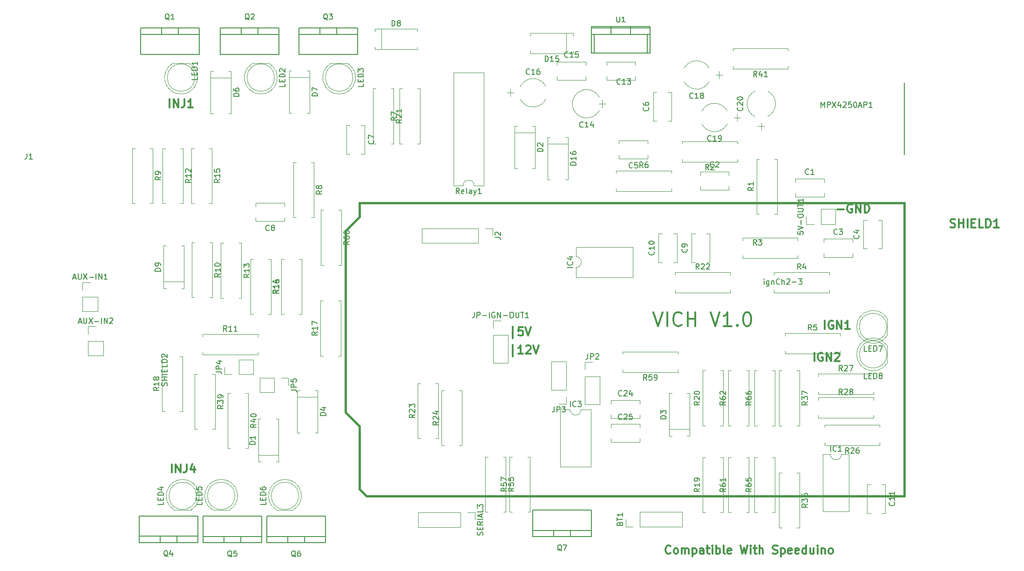
<source format=gto>
G04 #@! TF.FileFunction,Legend,Top*
%FSLAX46Y46*%
G04 Gerber Fmt 4.6, Leading zero omitted, Abs format (unit mm)*
G04 Created by KiCad (PCBNEW 4.0.6+dfsg1-1) date Sat Feb 17 20:25:25 2018*
%MOMM*%
%LPD*%
G01*
G04 APERTURE LIST*
%ADD10C,0.100000*%
%ADD11C,0.300000*%
%ADD12C,0.120000*%
%ADD13C,0.150000*%
%ADD14C,0.381000*%
%ADD15C,0.304800*%
G04 APERTURE END LIST*
D10*
D11*
X211842857Y-96207143D02*
X212985714Y-96207143D01*
X214485714Y-95350000D02*
X214342857Y-95278571D01*
X214128571Y-95278571D01*
X213914286Y-95350000D01*
X213771428Y-95492857D01*
X213700000Y-95635714D01*
X213628571Y-95921429D01*
X213628571Y-96135714D01*
X213700000Y-96421429D01*
X213771428Y-96564286D01*
X213914286Y-96707143D01*
X214128571Y-96778571D01*
X214271428Y-96778571D01*
X214485714Y-96707143D01*
X214557143Y-96635714D01*
X214557143Y-96135714D01*
X214271428Y-96135714D01*
X215200000Y-96778571D02*
X215200000Y-95278571D01*
X216057143Y-96778571D01*
X216057143Y-95278571D01*
X216771429Y-96778571D02*
X216771429Y-95278571D01*
X217128572Y-95278571D01*
X217342857Y-95350000D01*
X217485715Y-95492857D01*
X217557143Y-95635714D01*
X217628572Y-95921429D01*
X217628572Y-96135714D01*
X217557143Y-96421429D01*
X217485715Y-96564286D01*
X217342857Y-96707143D01*
X217128572Y-96778571D01*
X216771429Y-96778571D01*
X90828572Y-144078571D02*
X90828572Y-142578571D01*
X91542858Y-144078571D02*
X91542858Y-142578571D01*
X92400001Y-144078571D01*
X92400001Y-142578571D01*
X93542858Y-142578571D02*
X93542858Y-143650000D01*
X93471430Y-143864286D01*
X93328573Y-144007143D01*
X93114287Y-144078571D01*
X92971430Y-144078571D01*
X94900001Y-143078571D02*
X94900001Y-144078571D01*
X94542858Y-142507143D02*
X94185715Y-143578571D01*
X95114287Y-143578571D01*
X90428572Y-77678571D02*
X90428572Y-76178571D01*
X91142858Y-77678571D02*
X91142858Y-76178571D01*
X92000001Y-77678571D01*
X92000001Y-76178571D01*
X93142858Y-76178571D02*
X93142858Y-77250000D01*
X93071430Y-77464286D01*
X92928573Y-77607143D01*
X92714287Y-77678571D01*
X92571430Y-77678571D01*
X94642858Y-77678571D02*
X93785715Y-77678571D01*
X94214287Y-77678571D02*
X94214287Y-76178571D01*
X94071430Y-76392857D01*
X93928572Y-76535714D01*
X93785715Y-76607143D01*
X207650000Y-123778571D02*
X207650000Y-122278571D01*
X209150000Y-122350000D02*
X209007143Y-122278571D01*
X208792857Y-122278571D01*
X208578572Y-122350000D01*
X208435714Y-122492857D01*
X208364286Y-122635714D01*
X208292857Y-122921429D01*
X208292857Y-123135714D01*
X208364286Y-123421429D01*
X208435714Y-123564286D01*
X208578572Y-123707143D01*
X208792857Y-123778571D01*
X208935714Y-123778571D01*
X209150000Y-123707143D01*
X209221429Y-123635714D01*
X209221429Y-123135714D01*
X208935714Y-123135714D01*
X209864286Y-123778571D02*
X209864286Y-122278571D01*
X210721429Y-123778571D01*
X210721429Y-122278571D01*
X211364286Y-122421429D02*
X211435715Y-122350000D01*
X211578572Y-122278571D01*
X211935715Y-122278571D01*
X212078572Y-122350000D01*
X212150001Y-122421429D01*
X212221429Y-122564286D01*
X212221429Y-122707143D01*
X212150001Y-122921429D01*
X211292858Y-123778571D01*
X212221429Y-123778571D01*
X209550000Y-117978571D02*
X209550000Y-116478571D01*
X211050000Y-116550000D02*
X210907143Y-116478571D01*
X210692857Y-116478571D01*
X210478572Y-116550000D01*
X210335714Y-116692857D01*
X210264286Y-116835714D01*
X210192857Y-117121429D01*
X210192857Y-117335714D01*
X210264286Y-117621429D01*
X210335714Y-117764286D01*
X210478572Y-117907143D01*
X210692857Y-117978571D01*
X210835714Y-117978571D01*
X211050000Y-117907143D01*
X211121429Y-117835714D01*
X211121429Y-117335714D01*
X210835714Y-117335714D01*
X211764286Y-117978571D02*
X211764286Y-116478571D01*
X212621429Y-117978571D01*
X212621429Y-116478571D01*
X214121429Y-117978571D02*
X213264286Y-117978571D01*
X213692858Y-117978571D02*
X213692858Y-116478571D01*
X213550001Y-116692857D01*
X213407143Y-116835714D01*
X213264286Y-116907143D01*
X178411905Y-114930952D02*
X179245239Y-117430952D01*
X180078572Y-114930952D01*
X180911905Y-117430952D02*
X180911905Y-114930952D01*
X183530953Y-117192857D02*
X183411905Y-117311905D01*
X183054762Y-117430952D01*
X182816667Y-117430952D01*
X182459524Y-117311905D01*
X182221429Y-117073810D01*
X182102381Y-116835714D01*
X181983333Y-116359524D01*
X181983333Y-116002381D01*
X182102381Y-115526190D01*
X182221429Y-115288095D01*
X182459524Y-115050000D01*
X182816667Y-114930952D01*
X183054762Y-114930952D01*
X183411905Y-115050000D01*
X183530953Y-115169048D01*
X184602381Y-117430952D02*
X184602381Y-114930952D01*
X184602381Y-116121429D02*
X186030953Y-116121429D01*
X186030953Y-117430952D02*
X186030953Y-114930952D01*
X188769048Y-114930952D02*
X189602382Y-117430952D01*
X190435715Y-114930952D01*
X192578572Y-117430952D02*
X191150000Y-117430952D01*
X191864286Y-117430952D02*
X191864286Y-114930952D01*
X191626191Y-115288095D01*
X191388096Y-115526190D01*
X191150000Y-115645238D01*
X193650000Y-117192857D02*
X193769048Y-117311905D01*
X193650000Y-117430952D01*
X193530952Y-117311905D01*
X193650000Y-117192857D01*
X193650000Y-117430952D01*
X195316667Y-114930952D02*
X195554762Y-114930952D01*
X195792857Y-115050000D01*
X195911905Y-115169048D01*
X196030952Y-115407143D01*
X196150000Y-115883333D01*
X196150000Y-116478571D01*
X196030952Y-116954762D01*
X195911905Y-117192857D01*
X195792857Y-117311905D01*
X195554762Y-117430952D01*
X195316667Y-117430952D01*
X195078571Y-117311905D01*
X194959524Y-117192857D01*
X194840476Y-116954762D01*
X194721428Y-116478571D01*
X194721428Y-115883333D01*
X194840476Y-115407143D01*
X194959524Y-115169048D01*
X195078571Y-115050000D01*
X195316667Y-114930952D01*
X152828573Y-122978571D02*
X152828573Y-120835714D01*
X154685715Y-122478571D02*
X153828572Y-122478571D01*
X154257144Y-122478571D02*
X154257144Y-120978571D01*
X154114287Y-121192857D01*
X153971429Y-121335714D01*
X153828572Y-121407143D01*
X155257143Y-121121429D02*
X155328572Y-121050000D01*
X155471429Y-120978571D01*
X155828572Y-120978571D01*
X155971429Y-121050000D01*
X156042858Y-121121429D01*
X156114286Y-121264286D01*
X156114286Y-121407143D01*
X156042858Y-121621429D01*
X155185715Y-122478571D01*
X156114286Y-122478571D01*
X156542857Y-120978571D02*
X157042857Y-122478571D01*
X157542857Y-120978571D01*
X152842858Y-119678571D02*
X152842858Y-117535714D01*
X154628572Y-117678571D02*
X153914286Y-117678571D01*
X153842857Y-118392857D01*
X153914286Y-118321429D01*
X154057143Y-118250000D01*
X154414286Y-118250000D01*
X154557143Y-118321429D01*
X154628572Y-118392857D01*
X154700000Y-118535714D01*
X154700000Y-118892857D01*
X154628572Y-119035714D01*
X154557143Y-119107143D01*
X154414286Y-119178571D01*
X154057143Y-119178571D01*
X153914286Y-119107143D01*
X153842857Y-119035714D01*
X155128571Y-117678571D02*
X155628571Y-119178571D01*
X156128571Y-117678571D01*
X181514286Y-158735714D02*
X181442857Y-158807143D01*
X181228571Y-158878571D01*
X181085714Y-158878571D01*
X180871429Y-158807143D01*
X180728571Y-158664286D01*
X180657143Y-158521429D01*
X180585714Y-158235714D01*
X180585714Y-158021429D01*
X180657143Y-157735714D01*
X180728571Y-157592857D01*
X180871429Y-157450000D01*
X181085714Y-157378571D01*
X181228571Y-157378571D01*
X181442857Y-157450000D01*
X181514286Y-157521429D01*
X182371429Y-158878571D02*
X182228571Y-158807143D01*
X182157143Y-158735714D01*
X182085714Y-158592857D01*
X182085714Y-158164286D01*
X182157143Y-158021429D01*
X182228571Y-157950000D01*
X182371429Y-157878571D01*
X182585714Y-157878571D01*
X182728571Y-157950000D01*
X182800000Y-158021429D01*
X182871429Y-158164286D01*
X182871429Y-158592857D01*
X182800000Y-158735714D01*
X182728571Y-158807143D01*
X182585714Y-158878571D01*
X182371429Y-158878571D01*
X183514286Y-158878571D02*
X183514286Y-157878571D01*
X183514286Y-158021429D02*
X183585714Y-157950000D01*
X183728572Y-157878571D01*
X183942857Y-157878571D01*
X184085714Y-157950000D01*
X184157143Y-158092857D01*
X184157143Y-158878571D01*
X184157143Y-158092857D02*
X184228572Y-157950000D01*
X184371429Y-157878571D01*
X184585714Y-157878571D01*
X184728572Y-157950000D01*
X184800000Y-158092857D01*
X184800000Y-158878571D01*
X185514286Y-157878571D02*
X185514286Y-159378571D01*
X185514286Y-157950000D02*
X185657143Y-157878571D01*
X185942857Y-157878571D01*
X186085714Y-157950000D01*
X186157143Y-158021429D01*
X186228572Y-158164286D01*
X186228572Y-158592857D01*
X186157143Y-158735714D01*
X186085714Y-158807143D01*
X185942857Y-158878571D01*
X185657143Y-158878571D01*
X185514286Y-158807143D01*
X187514286Y-158878571D02*
X187514286Y-158092857D01*
X187442857Y-157950000D01*
X187300000Y-157878571D01*
X187014286Y-157878571D01*
X186871429Y-157950000D01*
X187514286Y-158807143D02*
X187371429Y-158878571D01*
X187014286Y-158878571D01*
X186871429Y-158807143D01*
X186800000Y-158664286D01*
X186800000Y-158521429D01*
X186871429Y-158378571D01*
X187014286Y-158307143D01*
X187371429Y-158307143D01*
X187514286Y-158235714D01*
X188014286Y-157878571D02*
X188585715Y-157878571D01*
X188228572Y-157378571D02*
X188228572Y-158664286D01*
X188300000Y-158807143D01*
X188442858Y-158878571D01*
X188585715Y-158878571D01*
X189085715Y-158878571D02*
X189085715Y-157878571D01*
X189085715Y-157378571D02*
X189014286Y-157450000D01*
X189085715Y-157521429D01*
X189157143Y-157450000D01*
X189085715Y-157378571D01*
X189085715Y-157521429D01*
X189800001Y-158878571D02*
X189800001Y-157378571D01*
X189800001Y-157950000D02*
X189942858Y-157878571D01*
X190228572Y-157878571D01*
X190371429Y-157950000D01*
X190442858Y-158021429D01*
X190514287Y-158164286D01*
X190514287Y-158592857D01*
X190442858Y-158735714D01*
X190371429Y-158807143D01*
X190228572Y-158878571D01*
X189942858Y-158878571D01*
X189800001Y-158807143D01*
X191371430Y-158878571D02*
X191228572Y-158807143D01*
X191157144Y-158664286D01*
X191157144Y-157378571D01*
X192514286Y-158807143D02*
X192371429Y-158878571D01*
X192085715Y-158878571D01*
X191942858Y-158807143D01*
X191871429Y-158664286D01*
X191871429Y-158092857D01*
X191942858Y-157950000D01*
X192085715Y-157878571D01*
X192371429Y-157878571D01*
X192514286Y-157950000D01*
X192585715Y-158092857D01*
X192585715Y-158235714D01*
X191871429Y-158378571D01*
X194228572Y-157378571D02*
X194585715Y-158878571D01*
X194871429Y-157807143D01*
X195157143Y-158878571D01*
X195514286Y-157378571D01*
X196085715Y-158878571D02*
X196085715Y-157878571D01*
X196085715Y-157378571D02*
X196014286Y-157450000D01*
X196085715Y-157521429D01*
X196157143Y-157450000D01*
X196085715Y-157378571D01*
X196085715Y-157521429D01*
X196585715Y-157878571D02*
X197157144Y-157878571D01*
X196800001Y-157378571D02*
X196800001Y-158664286D01*
X196871429Y-158807143D01*
X197014287Y-158878571D01*
X197157144Y-158878571D01*
X197657144Y-158878571D02*
X197657144Y-157378571D01*
X198300001Y-158878571D02*
X198300001Y-158092857D01*
X198228572Y-157950000D01*
X198085715Y-157878571D01*
X197871430Y-157878571D01*
X197728572Y-157950000D01*
X197657144Y-158021429D01*
X200085715Y-158807143D02*
X200300001Y-158878571D01*
X200657144Y-158878571D01*
X200800001Y-158807143D01*
X200871430Y-158735714D01*
X200942858Y-158592857D01*
X200942858Y-158450000D01*
X200871430Y-158307143D01*
X200800001Y-158235714D01*
X200657144Y-158164286D01*
X200371430Y-158092857D01*
X200228572Y-158021429D01*
X200157144Y-157950000D01*
X200085715Y-157807143D01*
X200085715Y-157664286D01*
X200157144Y-157521429D01*
X200228572Y-157450000D01*
X200371430Y-157378571D01*
X200728572Y-157378571D01*
X200942858Y-157450000D01*
X201585715Y-157878571D02*
X201585715Y-159378571D01*
X201585715Y-157950000D02*
X201728572Y-157878571D01*
X202014286Y-157878571D01*
X202157143Y-157950000D01*
X202228572Y-158021429D01*
X202300001Y-158164286D01*
X202300001Y-158592857D01*
X202228572Y-158735714D01*
X202157143Y-158807143D01*
X202014286Y-158878571D01*
X201728572Y-158878571D01*
X201585715Y-158807143D01*
X203514286Y-158807143D02*
X203371429Y-158878571D01*
X203085715Y-158878571D01*
X202942858Y-158807143D01*
X202871429Y-158664286D01*
X202871429Y-158092857D01*
X202942858Y-157950000D01*
X203085715Y-157878571D01*
X203371429Y-157878571D01*
X203514286Y-157950000D01*
X203585715Y-158092857D01*
X203585715Y-158235714D01*
X202871429Y-158378571D01*
X204800000Y-158807143D02*
X204657143Y-158878571D01*
X204371429Y-158878571D01*
X204228572Y-158807143D01*
X204157143Y-158664286D01*
X204157143Y-158092857D01*
X204228572Y-157950000D01*
X204371429Y-157878571D01*
X204657143Y-157878571D01*
X204800000Y-157950000D01*
X204871429Y-158092857D01*
X204871429Y-158235714D01*
X204157143Y-158378571D01*
X206157143Y-158878571D02*
X206157143Y-157378571D01*
X206157143Y-158807143D02*
X206014286Y-158878571D01*
X205728572Y-158878571D01*
X205585714Y-158807143D01*
X205514286Y-158735714D01*
X205442857Y-158592857D01*
X205442857Y-158164286D01*
X205514286Y-158021429D01*
X205585714Y-157950000D01*
X205728572Y-157878571D01*
X206014286Y-157878571D01*
X206157143Y-157950000D01*
X207514286Y-157878571D02*
X207514286Y-158878571D01*
X206871429Y-157878571D02*
X206871429Y-158664286D01*
X206942857Y-158807143D01*
X207085715Y-158878571D01*
X207300000Y-158878571D01*
X207442857Y-158807143D01*
X207514286Y-158735714D01*
X208228572Y-158878571D02*
X208228572Y-157878571D01*
X208228572Y-157378571D02*
X208157143Y-157450000D01*
X208228572Y-157521429D01*
X208300000Y-157450000D01*
X208228572Y-157378571D01*
X208228572Y-157521429D01*
X208942858Y-157878571D02*
X208942858Y-158878571D01*
X208942858Y-158021429D02*
X209014286Y-157950000D01*
X209157144Y-157878571D01*
X209371429Y-157878571D01*
X209514286Y-157950000D01*
X209585715Y-158092857D01*
X209585715Y-158878571D01*
X210514287Y-158878571D02*
X210371429Y-158807143D01*
X210300001Y-158735714D01*
X210228572Y-158592857D01*
X210228572Y-158164286D01*
X210300001Y-158021429D01*
X210371429Y-157950000D01*
X210514287Y-157878571D01*
X210728572Y-157878571D01*
X210871429Y-157950000D01*
X210942858Y-158021429D01*
X211014287Y-158164286D01*
X211014287Y-158592857D01*
X210942858Y-158735714D01*
X210871429Y-158807143D01*
X210728572Y-158878571D01*
X210514287Y-158878571D01*
D12*
X89520000Y-132960000D02*
X89040000Y-132960000D01*
X89040000Y-132960000D02*
X89040000Y-122940000D01*
X89040000Y-122940000D02*
X89520000Y-122940000D01*
X92280000Y-132960000D02*
X92760000Y-132960000D01*
X92760000Y-132960000D02*
X92760000Y-122940000D01*
X92760000Y-122940000D02*
X92280000Y-122940000D01*
X192520000Y-151360000D02*
X192040000Y-151360000D01*
X192040000Y-151360000D02*
X192040000Y-141340000D01*
X192040000Y-141340000D02*
X192520000Y-141340000D01*
X195280000Y-151360000D02*
X195760000Y-151360000D01*
X195760000Y-151360000D02*
X195760000Y-141340000D01*
X195760000Y-141340000D02*
X195280000Y-141340000D01*
X125860000Y-80890000D02*
X125860000Y-86110000D01*
X122540000Y-80890000D02*
X122540000Y-86110000D01*
X125860000Y-80890000D02*
X125196000Y-80890000D01*
X123204000Y-80890000D02*
X122540000Y-80890000D01*
X125860000Y-86110000D02*
X125196000Y-86110000D01*
X123204000Y-86110000D02*
X122540000Y-86110000D01*
D13*
X177286000Y-64349000D02*
X177286000Y-67778000D01*
X167634000Y-64349000D02*
X167634000Y-67778000D01*
X177794000Y-63206000D02*
X167126000Y-63206000D01*
X174238000Y-64222000D02*
X174238000Y-62952000D01*
X170682000Y-64222000D02*
X170682000Y-62952000D01*
X167126000Y-64349000D02*
X177794000Y-64349000D01*
X177794000Y-67778000D02*
X167126000Y-67778000D01*
X167126000Y-62952000D02*
X167126000Y-67778000D01*
X177794000Y-62952000D02*
X177794000Y-67778000D01*
X177794000Y-62952000D02*
X167126000Y-62952000D01*
D12*
X156380000Y-81060000D02*
X156860000Y-81060000D01*
X156860000Y-81060000D02*
X156860000Y-88780000D01*
X156860000Y-88780000D02*
X156380000Y-88780000D01*
X153620000Y-81060000D02*
X153140000Y-81060000D01*
X153140000Y-81060000D02*
X153140000Y-88780000D01*
X153140000Y-88780000D02*
X153620000Y-88780000D01*
X156860000Y-82260000D02*
X153140000Y-82260000D01*
D13*
X224000000Y-73205000D02*
X224000000Y-86205000D01*
D12*
X175110000Y-72660000D02*
X169890000Y-72660000D01*
X175110000Y-69340000D02*
X169890000Y-69340000D01*
X175110000Y-72660000D02*
X175110000Y-71996000D01*
X175110000Y-70004000D02*
X175110000Y-69340000D01*
X169890000Y-72660000D02*
X169890000Y-71996000D01*
X169890000Y-70004000D02*
X169890000Y-69340000D01*
X163944278Y-78179723D02*
G75*
G03X168555580Y-78180000I2305722J1179723D01*
G01*
X163944278Y-75820277D02*
G75*
G02X168555580Y-75820000I2305722J-1179723D01*
G01*
X163944278Y-75820277D02*
G75*
G03X163944420Y-78180000I2305722J-1179723D01*
G01*
X169700000Y-77000000D02*
X168500000Y-77000000D01*
X169100000Y-77650000D02*
X169100000Y-76350000D01*
X160890000Y-69340000D02*
X166110000Y-69340000D01*
X160890000Y-72660000D02*
X166110000Y-72660000D01*
X160890000Y-69340000D02*
X160890000Y-70004000D01*
X160890000Y-71996000D02*
X160890000Y-72660000D01*
X166110000Y-69340000D02*
X166110000Y-70004000D01*
X166110000Y-71996000D02*
X166110000Y-72660000D01*
X158805722Y-73820277D02*
G75*
G03X154194420Y-73820000I-2305722J-1179723D01*
G01*
X158805722Y-76179723D02*
G75*
G02X154194420Y-76180000I-2305722J1179723D01*
G01*
X151800000Y-75000000D02*
X153000000Y-75000000D01*
X152400000Y-74350000D02*
X152400000Y-75650000D01*
X163780000Y-67380000D02*
X163780000Y-67860000D01*
X163780000Y-67860000D02*
X156060000Y-67860000D01*
X156060000Y-67860000D02*
X156060000Y-67380000D01*
X163780000Y-64620000D02*
X163780000Y-64140000D01*
X163780000Y-64140000D02*
X156060000Y-64140000D01*
X156060000Y-64140000D02*
X156060000Y-64620000D01*
X162580000Y-67860000D02*
X162580000Y-64140000D01*
X162380000Y-83060000D02*
X162860000Y-83060000D01*
X162860000Y-83060000D02*
X162860000Y-90780000D01*
X162860000Y-90780000D02*
X162380000Y-90780000D01*
X159620000Y-83060000D02*
X159140000Y-83060000D01*
X159140000Y-83060000D02*
X159140000Y-90780000D01*
X159140000Y-90780000D02*
X159620000Y-90780000D01*
X162860000Y-84260000D02*
X159140000Y-84260000D01*
X183944278Y-72929723D02*
G75*
G03X188555580Y-72930000I2305722J1179723D01*
G01*
X183944278Y-70570277D02*
G75*
G02X188555580Y-70570000I2305722J-1179723D01*
G01*
X190950000Y-71750000D02*
X189750000Y-71750000D01*
X190350000Y-72400000D02*
X190350000Y-71100000D01*
X187194278Y-80679723D02*
G75*
G03X191805580Y-80680000I2305722J1179723D01*
G01*
X187194278Y-78320277D02*
G75*
G02X191805580Y-78320000I2305722J-1179723D01*
G01*
X194200000Y-79500000D02*
X193000000Y-79500000D01*
X193600000Y-80150000D02*
X193600000Y-78850000D01*
X196820277Y-74694278D02*
G75*
G03X196820000Y-79305580I1179723J-2305722D01*
G01*
X199179723Y-74694278D02*
G75*
G02X199180000Y-79305580I-1179723J-2305722D01*
G01*
X198000000Y-81700000D02*
X198000000Y-80500000D01*
X197350000Y-81100000D02*
X198650000Y-81100000D01*
X202860000Y-70130000D02*
X202860000Y-70610000D01*
X202860000Y-70610000D02*
X192840000Y-70610000D01*
X192840000Y-70610000D02*
X192840000Y-70130000D01*
X202860000Y-67370000D02*
X202860000Y-66890000D01*
X202860000Y-66890000D02*
X192840000Y-66890000D01*
X192840000Y-66890000D02*
X192840000Y-67370000D01*
X121180000Y-96340000D02*
X121660000Y-96340000D01*
X121660000Y-96340000D02*
X121660000Y-106360000D01*
X121660000Y-106360000D02*
X121180000Y-106360000D01*
X118420000Y-96340000D02*
X117940000Y-96340000D01*
X117940000Y-96340000D02*
X117940000Y-106360000D01*
X117940000Y-106360000D02*
X118420000Y-106360000D01*
X204190000Y-90640000D02*
X209410000Y-90640000D01*
X204190000Y-93960000D02*
X209410000Y-93960000D01*
X204190000Y-90640000D02*
X204190000Y-91304000D01*
X204190000Y-93296000D02*
X204190000Y-93960000D01*
X209410000Y-90640000D02*
X209410000Y-91304000D01*
X209410000Y-93296000D02*
X209410000Y-93960000D01*
X186890000Y-89340000D02*
X192110000Y-89340000D01*
X186890000Y-92660000D02*
X192110000Y-92660000D01*
X186890000Y-89340000D02*
X186890000Y-90004000D01*
X186890000Y-91996000D02*
X186890000Y-92660000D01*
X192110000Y-89340000D02*
X192110000Y-90004000D01*
X192110000Y-91996000D02*
X192110000Y-92660000D01*
X209390000Y-101590000D02*
X214610000Y-101590000D01*
X209390000Y-104910000D02*
X214610000Y-104910000D01*
X209390000Y-101590000D02*
X209390000Y-102254000D01*
X209390000Y-104246000D02*
X209390000Y-104910000D01*
X214610000Y-101590000D02*
X214610000Y-102254000D01*
X214610000Y-104246000D02*
X214610000Y-104910000D01*
X216590000Y-103360000D02*
X216590000Y-98140000D01*
X219910000Y-103360000D02*
X219910000Y-98140000D01*
X216590000Y-103360000D02*
X217254000Y-103360000D01*
X219246000Y-103360000D02*
X219910000Y-103360000D01*
X216590000Y-98140000D02*
X217254000Y-98140000D01*
X219246000Y-98140000D02*
X219910000Y-98140000D01*
X177370000Y-86970000D02*
X172150000Y-86970000D01*
X177370000Y-83650000D02*
X172150000Y-83650000D01*
X177370000Y-86970000D02*
X177370000Y-86306000D01*
X177370000Y-84314000D02*
X177370000Y-83650000D01*
X172150000Y-86970000D02*
X172150000Y-86306000D01*
X172150000Y-84314000D02*
X172150000Y-83650000D01*
X178340000Y-80110000D02*
X178340000Y-74890000D01*
X181660000Y-80110000D02*
X181660000Y-74890000D01*
X178340000Y-80110000D02*
X179004000Y-80110000D01*
X180996000Y-80110000D02*
X181660000Y-80110000D01*
X178340000Y-74890000D02*
X179004000Y-74890000D01*
X180996000Y-74890000D02*
X181660000Y-74890000D01*
X111310000Y-98360000D02*
X106090000Y-98360000D01*
X111310000Y-95040000D02*
X106090000Y-95040000D01*
X111310000Y-98360000D02*
X111310000Y-97696000D01*
X111310000Y-95704000D02*
X111310000Y-95040000D01*
X106090000Y-98360000D02*
X106090000Y-97696000D01*
X106090000Y-95704000D02*
X106090000Y-95040000D01*
X185340000Y-105860000D02*
X185340000Y-100640000D01*
X188660000Y-105860000D02*
X188660000Y-100640000D01*
X185340000Y-105860000D02*
X186004000Y-105860000D01*
X187996000Y-105860000D02*
X188660000Y-105860000D01*
X185340000Y-100640000D02*
X186004000Y-100640000D01*
X187996000Y-100640000D02*
X188660000Y-100640000D01*
X179340000Y-105860000D02*
X179340000Y-100640000D01*
X182660000Y-105860000D02*
X182660000Y-100640000D01*
X179340000Y-105860000D02*
X180004000Y-105860000D01*
X181996000Y-105860000D02*
X182660000Y-105860000D01*
X179340000Y-100640000D02*
X180004000Y-100640000D01*
X181996000Y-100640000D02*
X182660000Y-100640000D01*
X164280000Y-106810000D02*
X164280000Y-108580000D01*
X164280000Y-108580000D02*
X174680000Y-108580000D01*
X174680000Y-108580000D02*
X174680000Y-103040000D01*
X174680000Y-103040000D02*
X164280000Y-103040000D01*
X164280000Y-103040000D02*
X164280000Y-104810000D01*
X164280000Y-104810000D02*
G75*
G02X164280000Y-106810000I0J-1000000D01*
G01*
X197620000Y-97060000D02*
X197140000Y-97060000D01*
X197140000Y-97060000D02*
X197140000Y-87040000D01*
X197140000Y-87040000D02*
X197620000Y-87040000D01*
X200380000Y-97060000D02*
X200860000Y-97060000D01*
X200860000Y-97060000D02*
X200860000Y-87040000D01*
X200860000Y-87040000D02*
X200380000Y-87040000D01*
X193660000Y-87080000D02*
X193660000Y-87560000D01*
X193660000Y-87560000D02*
X183640000Y-87560000D01*
X183640000Y-87560000D02*
X183640000Y-87080000D01*
X193660000Y-84320000D02*
X193660000Y-83840000D01*
X193660000Y-83840000D02*
X183640000Y-83840000D01*
X183640000Y-83840000D02*
X183640000Y-84320000D01*
X194640000Y-101870000D02*
X194640000Y-101390000D01*
X194640000Y-101390000D02*
X204660000Y-101390000D01*
X204660000Y-101390000D02*
X204660000Y-101870000D01*
X194640000Y-104630000D02*
X194640000Y-105110000D01*
X194640000Y-105110000D02*
X204660000Y-105110000D01*
X204660000Y-105110000D02*
X204660000Y-104630000D01*
X200340000Y-108120000D02*
X200340000Y-107640000D01*
X200340000Y-107640000D02*
X210360000Y-107640000D01*
X210360000Y-107640000D02*
X210360000Y-108120000D01*
X200340000Y-110880000D02*
X200340000Y-111360000D01*
X200340000Y-111360000D02*
X210360000Y-111360000D01*
X210360000Y-111360000D02*
X210360000Y-110880000D01*
X171640000Y-89640000D02*
X171640000Y-89160000D01*
X171640000Y-89160000D02*
X181660000Y-89160000D01*
X181660000Y-89160000D02*
X181660000Y-89640000D01*
X171640000Y-92400000D02*
X171640000Y-92880000D01*
X171640000Y-92880000D02*
X181660000Y-92880000D01*
X181660000Y-92880000D02*
X181660000Y-92400000D01*
X132720000Y-84260000D02*
X132240000Y-84260000D01*
X132240000Y-84260000D02*
X132240000Y-74240000D01*
X132240000Y-74240000D02*
X132720000Y-74240000D01*
X135480000Y-84260000D02*
X135960000Y-84260000D01*
X135960000Y-84260000D02*
X135960000Y-74240000D01*
X135960000Y-74240000D02*
X135480000Y-74240000D01*
X116180000Y-87640000D02*
X116660000Y-87640000D01*
X116660000Y-87640000D02*
X116660000Y-97660000D01*
X116660000Y-97660000D02*
X116180000Y-97660000D01*
X113420000Y-87640000D02*
X112940000Y-87640000D01*
X112940000Y-87640000D02*
X112940000Y-97660000D01*
X112940000Y-97660000D02*
X113420000Y-97660000D01*
X130680000Y-74240000D02*
X131160000Y-74240000D01*
X131160000Y-74240000D02*
X131160000Y-84260000D01*
X131160000Y-84260000D02*
X130680000Y-84260000D01*
X127920000Y-74240000D02*
X127440000Y-74240000D01*
X127440000Y-74240000D02*
X127440000Y-84260000D01*
X127440000Y-84260000D02*
X127920000Y-84260000D01*
X182340000Y-108120000D02*
X182340000Y-107640000D01*
X182340000Y-107640000D02*
X192360000Y-107640000D01*
X192360000Y-107640000D02*
X192360000Y-108120000D01*
X182340000Y-110880000D02*
X182340000Y-111360000D01*
X182340000Y-111360000D02*
X192360000Y-111360000D01*
X192360000Y-111360000D02*
X192360000Y-110880000D01*
X145790000Y-91890000D02*
X147560000Y-91890000D01*
X147560000Y-91890000D02*
X147560000Y-71330000D01*
X147560000Y-71330000D02*
X142020000Y-71330000D01*
X142020000Y-71330000D02*
X142020000Y-91890000D01*
X142020000Y-91890000D02*
X143790000Y-91890000D01*
X143790000Y-91890000D02*
G75*
G02X145790000Y-91890000I1000000J0D01*
G01*
X101130000Y-71060000D02*
X101610000Y-71060000D01*
X101610000Y-71060000D02*
X101610000Y-78780000D01*
X101610000Y-78780000D02*
X101130000Y-78780000D01*
X98370000Y-71060000D02*
X97890000Y-71060000D01*
X97890000Y-71060000D02*
X97890000Y-78780000D01*
X97890000Y-78780000D02*
X98370000Y-78780000D01*
X101610000Y-72260000D02*
X97890000Y-72260000D01*
X115380000Y-70970000D02*
X115860000Y-70970000D01*
X115860000Y-70970000D02*
X115860000Y-78690000D01*
X115860000Y-78690000D02*
X115380000Y-78690000D01*
X112620000Y-70970000D02*
X112140000Y-70970000D01*
X112140000Y-70970000D02*
X112140000Y-78690000D01*
X112140000Y-78690000D02*
X112620000Y-78690000D01*
X115860000Y-72170000D02*
X112140000Y-72170000D01*
X127720000Y-63870000D02*
X127720000Y-63390000D01*
X127720000Y-63390000D02*
X135440000Y-63390000D01*
X135440000Y-63390000D02*
X135440000Y-63870000D01*
X127720000Y-66630000D02*
X127720000Y-67110000D01*
X127720000Y-67110000D02*
X135440000Y-67110000D01*
X135440000Y-67110000D02*
X135440000Y-66630000D01*
X128920000Y-63390000D02*
X128920000Y-67110000D01*
X92499538Y-75220000D02*
G75*
G03X94044830Y-69670000I462J2990000D01*
G01*
X92500462Y-75220000D02*
G75*
G02X90955170Y-69670000I-462J2990000D01*
G01*
X95000000Y-72230000D02*
G75*
G03X95000000Y-72230000I-2500000J0D01*
G01*
X94045000Y-69670000D02*
X90955000Y-69670000D01*
X106999538Y-75220000D02*
G75*
G03X108544830Y-69670000I462J2990000D01*
G01*
X107000462Y-75220000D02*
G75*
G02X105455170Y-69670000I-462J2990000D01*
G01*
X109500000Y-72230000D02*
G75*
G03X109500000Y-72230000I-2500000J0D01*
G01*
X108545000Y-69670000D02*
X105455000Y-69670000D01*
X121249538Y-75220000D02*
G75*
G03X122794830Y-69670000I462J2990000D01*
G01*
X121250462Y-75220000D02*
G75*
G02X119705170Y-69670000I-462J2990000D01*
G01*
X123750000Y-72230000D02*
G75*
G03X123750000Y-72230000I-2500000J0D01*
G01*
X122795000Y-69670000D02*
X119705000Y-69670000D01*
D13*
X88936000Y-63202000D02*
X88936000Y-64345000D01*
X91984000Y-63202000D02*
X91984000Y-64345000D01*
X95794000Y-64345000D02*
X95794000Y-68028000D01*
X95794000Y-68028000D02*
X85126000Y-68028000D01*
X85126000Y-68028000D02*
X85126000Y-64345000D01*
X95794000Y-63202000D02*
X95794000Y-64345000D01*
X95794000Y-64345000D02*
X85126000Y-64345000D01*
X85126000Y-64345000D02*
X85126000Y-63202000D01*
X90460000Y-63202000D02*
X85126000Y-63202000D01*
X90460000Y-63202000D02*
X95794000Y-63202000D01*
X103476000Y-63202000D02*
X103476000Y-64345000D01*
X106524000Y-63202000D02*
X106524000Y-64345000D01*
X110334000Y-64345000D02*
X110334000Y-68028000D01*
X110334000Y-68028000D02*
X99666000Y-68028000D01*
X99666000Y-68028000D02*
X99666000Y-64345000D01*
X110334000Y-63202000D02*
X110334000Y-64345000D01*
X110334000Y-64345000D02*
X99666000Y-64345000D01*
X99666000Y-64345000D02*
X99666000Y-63202000D01*
X105000000Y-63202000D02*
X99666000Y-63202000D01*
X105000000Y-63202000D02*
X110334000Y-63202000D01*
X117726000Y-63202000D02*
X117726000Y-64345000D01*
X120774000Y-63202000D02*
X120774000Y-64345000D01*
X124584000Y-64345000D02*
X124584000Y-68028000D01*
X124584000Y-68028000D02*
X113916000Y-68028000D01*
X113916000Y-68028000D02*
X113916000Y-64345000D01*
X124584000Y-63202000D02*
X124584000Y-64345000D01*
X124584000Y-64345000D02*
X113916000Y-64345000D01*
X113916000Y-64345000D02*
X113916000Y-63202000D01*
X119250000Y-63202000D02*
X113916000Y-63202000D01*
X119250000Y-63202000D02*
X124584000Y-63202000D01*
D12*
X86880000Y-85090000D02*
X87360000Y-85090000D01*
X87360000Y-85090000D02*
X87360000Y-95110000D01*
X87360000Y-95110000D02*
X86880000Y-95110000D01*
X84120000Y-85090000D02*
X83640000Y-85090000D01*
X83640000Y-85090000D02*
X83640000Y-95110000D01*
X83640000Y-95110000D02*
X84120000Y-95110000D01*
X97680000Y-102240000D02*
X98160000Y-102240000D01*
X98160000Y-102240000D02*
X98160000Y-112260000D01*
X98160000Y-112260000D02*
X97680000Y-112260000D01*
X94920000Y-102240000D02*
X94440000Y-102240000D01*
X94440000Y-102240000D02*
X94440000Y-112260000D01*
X94440000Y-112260000D02*
X94920000Y-112260000D01*
X96440000Y-119420000D02*
X96440000Y-118940000D01*
X96440000Y-118940000D02*
X106460000Y-118940000D01*
X106460000Y-118940000D02*
X106460000Y-119420000D01*
X96440000Y-122180000D02*
X96440000Y-122660000D01*
X96440000Y-122660000D02*
X106460000Y-122660000D01*
X106460000Y-122660000D02*
X106460000Y-122180000D01*
X92380000Y-85090000D02*
X92860000Y-85090000D01*
X92860000Y-85090000D02*
X92860000Y-95110000D01*
X92860000Y-95110000D02*
X92380000Y-95110000D01*
X89620000Y-85090000D02*
X89140000Y-85090000D01*
X89140000Y-85090000D02*
X89140000Y-95110000D01*
X89140000Y-95110000D02*
X89620000Y-95110000D01*
X102980000Y-102340000D02*
X103460000Y-102340000D01*
X103460000Y-102340000D02*
X103460000Y-112360000D01*
X103460000Y-112360000D02*
X102980000Y-112360000D01*
X100220000Y-102340000D02*
X99740000Y-102340000D01*
X99740000Y-102340000D02*
X99740000Y-112360000D01*
X99740000Y-112360000D02*
X100220000Y-112360000D01*
X111220000Y-115260000D02*
X110740000Y-115260000D01*
X110740000Y-115260000D02*
X110740000Y-105240000D01*
X110740000Y-105240000D02*
X111220000Y-105240000D01*
X113980000Y-115260000D02*
X114460000Y-115260000D01*
X114460000Y-115260000D02*
X114460000Y-105240000D01*
X114460000Y-105240000D02*
X113980000Y-105240000D01*
X97630000Y-85090000D02*
X98110000Y-85090000D01*
X98110000Y-85090000D02*
X98110000Y-95110000D01*
X98110000Y-95110000D02*
X97630000Y-95110000D01*
X94870000Y-85090000D02*
X94390000Y-85090000D01*
X94390000Y-85090000D02*
X94390000Y-95110000D01*
X94390000Y-95110000D02*
X94870000Y-95110000D01*
X108380000Y-105240000D02*
X108860000Y-105240000D01*
X108860000Y-105240000D02*
X108860000Y-115260000D01*
X108860000Y-115260000D02*
X108380000Y-115260000D01*
X105620000Y-105240000D02*
X105140000Y-105240000D01*
X105140000Y-105240000D02*
X105140000Y-115260000D01*
X105140000Y-115260000D02*
X105620000Y-115260000D01*
X118320000Y-122860000D02*
X117840000Y-122860000D01*
X117840000Y-122860000D02*
X117840000Y-112840000D01*
X117840000Y-112840000D02*
X118320000Y-112840000D01*
X121080000Y-122860000D02*
X121560000Y-122860000D01*
X121560000Y-122860000D02*
X121560000Y-112840000D01*
X121560000Y-112840000D02*
X121080000Y-112840000D01*
X89820000Y-110580000D02*
X89340000Y-110580000D01*
X89340000Y-110580000D02*
X89340000Y-102860000D01*
X89340000Y-102860000D02*
X89820000Y-102860000D01*
X92580000Y-110580000D02*
X93060000Y-110580000D01*
X93060000Y-110580000D02*
X93060000Y-102860000D01*
X93060000Y-102860000D02*
X92580000Y-102860000D01*
X89340000Y-109380000D02*
X93060000Y-109380000D01*
X92800462Y-145340000D02*
G75*
G03X91255170Y-150890000I-462J-2990000D01*
G01*
X92799538Y-145340000D02*
G75*
G02X94344830Y-150890000I462J-2990000D01*
G01*
X95300000Y-148330000D02*
G75*
G03X95300000Y-148330000I-2500000J0D01*
G01*
X91255000Y-150890000D02*
X94345000Y-150890000D01*
X99800462Y-145340000D02*
G75*
G03X98255170Y-150890000I-462J-2990000D01*
G01*
X99799538Y-145340000D02*
G75*
G02X101344830Y-150890000I462J-2990000D01*
G01*
X102300000Y-148330000D02*
G75*
G03X102300000Y-148330000I-2500000J0D01*
G01*
X98255000Y-150890000D02*
X101345000Y-150890000D01*
X111400462Y-145340000D02*
G75*
G03X109855170Y-150890000I-462J-2990000D01*
G01*
X111399538Y-145340000D02*
G75*
G02X112944830Y-150890000I462J-2990000D01*
G01*
X113900000Y-148330000D02*
G75*
G03X113900000Y-148330000I-2500000J0D01*
G01*
X109855000Y-150890000D02*
X112945000Y-150890000D01*
D13*
X91734000Y-156798000D02*
X91734000Y-155655000D01*
X88686000Y-156798000D02*
X88686000Y-155655000D01*
X84876000Y-155655000D02*
X84876000Y-151972000D01*
X84876000Y-151972000D02*
X95544000Y-151972000D01*
X95544000Y-151972000D02*
X95544000Y-155655000D01*
X84876000Y-156798000D02*
X84876000Y-155655000D01*
X84876000Y-155655000D02*
X95544000Y-155655000D01*
X95544000Y-155655000D02*
X95544000Y-156798000D01*
X90210000Y-156798000D02*
X95544000Y-156798000D01*
X90210000Y-156798000D02*
X84876000Y-156798000D01*
X103364000Y-156848000D02*
X103364000Y-155705000D01*
X100316000Y-156848000D02*
X100316000Y-155705000D01*
X96506000Y-155705000D02*
X96506000Y-152022000D01*
X96506000Y-152022000D02*
X107174000Y-152022000D01*
X107174000Y-152022000D02*
X107174000Y-155705000D01*
X96506000Y-156848000D02*
X96506000Y-155705000D01*
X96506000Y-155705000D02*
X107174000Y-155705000D01*
X107174000Y-155705000D02*
X107174000Y-156848000D01*
X101840000Y-156848000D02*
X107174000Y-156848000D01*
X101840000Y-156848000D02*
X96506000Y-156848000D01*
X114964000Y-156848000D02*
X114964000Y-155705000D01*
X111916000Y-156848000D02*
X111916000Y-155705000D01*
X108106000Y-155705000D02*
X108106000Y-152022000D01*
X108106000Y-152022000D02*
X118774000Y-152022000D01*
X118774000Y-152022000D02*
X118774000Y-155705000D01*
X108106000Y-156848000D02*
X108106000Y-155705000D01*
X108106000Y-155705000D02*
X118774000Y-155705000D01*
X118774000Y-155705000D02*
X118774000Y-156848000D01*
X113440000Y-156848000D02*
X118774000Y-156848000D01*
X113440000Y-156848000D02*
X108106000Y-156848000D01*
D12*
X187820000Y-151360000D02*
X187340000Y-151360000D01*
X187340000Y-151360000D02*
X187340000Y-141340000D01*
X187340000Y-141340000D02*
X187820000Y-141340000D01*
X190580000Y-151360000D02*
X191060000Y-151360000D01*
X191060000Y-151360000D02*
X191060000Y-141340000D01*
X191060000Y-141340000D02*
X190580000Y-141340000D01*
X187820000Y-135560000D02*
X187340000Y-135560000D01*
X187340000Y-135560000D02*
X187340000Y-125540000D01*
X187340000Y-125540000D02*
X187820000Y-125540000D01*
X190580000Y-135560000D02*
X191060000Y-135560000D01*
X191060000Y-135560000D02*
X191060000Y-125540000D01*
X191060000Y-125540000D02*
X190580000Y-125540000D01*
X192520000Y-135560000D02*
X192040000Y-135560000D01*
X192040000Y-135560000D02*
X192040000Y-125540000D01*
X192040000Y-125540000D02*
X192520000Y-125540000D01*
X195280000Y-135560000D02*
X195760000Y-135560000D01*
X195760000Y-135560000D02*
X195760000Y-125540000D01*
X195760000Y-125540000D02*
X195280000Y-125540000D01*
X197220000Y-151360000D02*
X196740000Y-151360000D01*
X196740000Y-151360000D02*
X196740000Y-141340000D01*
X196740000Y-141340000D02*
X197220000Y-141340000D01*
X199980000Y-151360000D02*
X200460000Y-151360000D01*
X200460000Y-151360000D02*
X200460000Y-141340000D01*
X200460000Y-141340000D02*
X199980000Y-141340000D01*
X197220000Y-135560000D02*
X196740000Y-135560000D01*
X196740000Y-135560000D02*
X196740000Y-125540000D01*
X196740000Y-125540000D02*
X197220000Y-125540000D01*
X199980000Y-135560000D02*
X200460000Y-135560000D01*
X200460000Y-135560000D02*
X200460000Y-125540000D01*
X200460000Y-125540000D02*
X199980000Y-125540000D01*
X170690000Y-130940000D02*
X175910000Y-130940000D01*
X170690000Y-134260000D02*
X175910000Y-134260000D01*
X170690000Y-130940000D02*
X170690000Y-131604000D01*
X170690000Y-133596000D02*
X170690000Y-134260000D01*
X175910000Y-130940000D02*
X175910000Y-131604000D01*
X175910000Y-133596000D02*
X175910000Y-134260000D01*
X170690000Y-135240000D02*
X175910000Y-135240000D01*
X170690000Y-138560000D02*
X175910000Y-138560000D01*
X170690000Y-135240000D02*
X170690000Y-135904000D01*
X170690000Y-137896000D02*
X170690000Y-138560000D01*
X175910000Y-135240000D02*
X175910000Y-135904000D01*
X175910000Y-137896000D02*
X175910000Y-138560000D01*
X107020000Y-142080000D02*
X106540000Y-142080000D01*
X106540000Y-142080000D02*
X106540000Y-134360000D01*
X106540000Y-134360000D02*
X107020000Y-134360000D01*
X109780000Y-142080000D02*
X110260000Y-142080000D01*
X110260000Y-142080000D02*
X110260000Y-134360000D01*
X110260000Y-134360000D02*
X109780000Y-134360000D01*
X106540000Y-140880000D02*
X110260000Y-140880000D01*
X181730000Y-137420000D02*
X181250000Y-137420000D01*
X181250000Y-137420000D02*
X181250000Y-129700000D01*
X181250000Y-129700000D02*
X181730000Y-129700000D01*
X184490000Y-137420000D02*
X184970000Y-137420000D01*
X184970000Y-137420000D02*
X184970000Y-129700000D01*
X184970000Y-129700000D02*
X184490000Y-129700000D01*
X181250000Y-136220000D02*
X184970000Y-136220000D01*
X116880000Y-129120000D02*
X117360000Y-129120000D01*
X117360000Y-129120000D02*
X117360000Y-136840000D01*
X117360000Y-136840000D02*
X116880000Y-136840000D01*
X114120000Y-129120000D02*
X113640000Y-129120000D01*
X113640000Y-129120000D02*
X113640000Y-136840000D01*
X113640000Y-136840000D02*
X114120000Y-136840000D01*
X117360000Y-130320000D02*
X113640000Y-130320000D01*
X163250000Y-132650000D02*
X161480000Y-132650000D01*
X161480000Y-132650000D02*
X161480000Y-143050000D01*
X161480000Y-143050000D02*
X167020000Y-143050000D01*
X167020000Y-143050000D02*
X167020000Y-132650000D01*
X167020000Y-132650000D02*
X165250000Y-132650000D01*
X165250000Y-132650000D02*
G75*
G02X163250000Y-132650000I-1000000J0D01*
G01*
X165970000Y-131730000D02*
X168630000Y-131730000D01*
X165970000Y-126590000D02*
X165970000Y-131730000D01*
X168630000Y-126590000D02*
X168630000Y-131730000D01*
X165970000Y-126590000D02*
X168630000Y-126590000D01*
X165970000Y-125320000D02*
X165970000Y-123990000D01*
X165970000Y-123990000D02*
X167300000Y-123990000D01*
X162530000Y-123890000D02*
X159870000Y-123890000D01*
X162530000Y-129030000D02*
X162530000Y-123890000D01*
X159870000Y-129030000D02*
X159870000Y-123890000D01*
X162530000Y-129030000D02*
X159870000Y-129030000D01*
X162530000Y-130300000D02*
X162530000Y-131630000D01*
X162530000Y-131630000D02*
X161200000Y-131630000D01*
X105630000Y-126230000D02*
X105630000Y-123570000D01*
X103030000Y-126230000D02*
X105630000Y-126230000D01*
X103030000Y-123570000D02*
X105630000Y-123570000D01*
X103030000Y-126230000D02*
X103030000Y-123570000D01*
X101760000Y-126230000D02*
X100430000Y-126230000D01*
X100430000Y-126230000D02*
X100430000Y-124900000D01*
X106830000Y-126870000D02*
X106830000Y-129530000D01*
X109430000Y-126870000D02*
X106830000Y-126870000D01*
X109430000Y-129530000D02*
X106830000Y-129530000D01*
X109430000Y-126870000D02*
X109430000Y-129530000D01*
X110700000Y-126870000D02*
X112030000Y-126870000D01*
X112030000Y-126870000D02*
X112030000Y-128200000D01*
X98230000Y-126190000D02*
X98710000Y-126190000D01*
X98710000Y-126190000D02*
X98710000Y-136210000D01*
X98710000Y-136210000D02*
X98230000Y-136210000D01*
X95470000Y-126190000D02*
X94990000Y-126190000D01*
X94990000Y-126190000D02*
X94990000Y-136210000D01*
X94990000Y-136210000D02*
X95470000Y-136210000D01*
X104230000Y-129640000D02*
X104710000Y-129640000D01*
X104710000Y-129640000D02*
X104710000Y-139660000D01*
X104710000Y-139660000D02*
X104230000Y-139660000D01*
X101470000Y-129640000D02*
X100990000Y-129640000D01*
X100990000Y-129640000D02*
X100990000Y-139660000D01*
X100990000Y-139660000D02*
X101470000Y-139660000D01*
D14*
X124960000Y-95000000D02*
X224020000Y-95000000D01*
X126230000Y-148340000D02*
X224020000Y-148340000D01*
X124960000Y-135640000D02*
X124960000Y-147070000D01*
X124960000Y-147070000D02*
X126230000Y-148340000D01*
X224020000Y-95000000D02*
X224020000Y-148340000D01*
X124960000Y-135640000D02*
X122420000Y-133100000D01*
X122420000Y-133100000D02*
X122420000Y-100080000D01*
X122420000Y-100080000D02*
X124960000Y-97540000D01*
X124960000Y-97540000D02*
X124960000Y-95000000D01*
D12*
X136310000Y-99670000D02*
X136310000Y-102330000D01*
X146530000Y-99670000D02*
X136310000Y-99670000D01*
X146530000Y-102330000D02*
X136310000Y-102330000D01*
X146530000Y-99670000D02*
X146530000Y-102330000D01*
X147800000Y-99670000D02*
X149130000Y-99670000D01*
X149130000Y-99670000D02*
X149130000Y-101000000D01*
X183630000Y-153930000D02*
X183630000Y-151270000D01*
X175950000Y-153930000D02*
X183630000Y-153930000D01*
X175950000Y-151270000D02*
X183630000Y-151270000D01*
X175950000Y-153930000D02*
X175950000Y-151270000D01*
X174680000Y-153930000D02*
X173350000Y-153930000D01*
X173350000Y-153930000D02*
X173350000Y-152600000D01*
D13*
X163324000Y-155748000D02*
X163324000Y-154605000D01*
X160276000Y-155748000D02*
X160276000Y-154605000D01*
X156466000Y-154605000D02*
X156466000Y-150922000D01*
X156466000Y-150922000D02*
X167134000Y-150922000D01*
X167134000Y-150922000D02*
X167134000Y-154605000D01*
X156466000Y-155748000D02*
X156466000Y-154605000D01*
X156466000Y-154605000D02*
X167134000Y-154605000D01*
X167134000Y-154605000D02*
X167134000Y-155748000D01*
X161800000Y-155748000D02*
X167134000Y-155748000D01*
X161800000Y-155748000D02*
X156466000Y-155748000D01*
D12*
X151080000Y-141240000D02*
X151560000Y-141240000D01*
X151560000Y-141240000D02*
X151560000Y-151260000D01*
X151560000Y-151260000D02*
X151080000Y-151260000D01*
X148320000Y-141240000D02*
X147840000Y-141240000D01*
X147840000Y-141240000D02*
X147840000Y-151260000D01*
X147840000Y-151260000D02*
X148320000Y-151260000D01*
X152720000Y-151260000D02*
X152240000Y-151260000D01*
X152240000Y-151260000D02*
X152240000Y-141240000D01*
X152240000Y-141240000D02*
X152720000Y-141240000D01*
X155480000Y-151260000D02*
X155960000Y-151260000D01*
X155960000Y-151260000D02*
X155960000Y-141240000D01*
X155960000Y-141240000D02*
X155480000Y-141240000D01*
X182830000Y-125340000D02*
X182830000Y-125820000D01*
X182830000Y-125820000D02*
X172810000Y-125820000D01*
X172810000Y-125820000D02*
X172810000Y-125340000D01*
X182830000Y-122580000D02*
X182830000Y-122100000D01*
X182830000Y-122100000D02*
X172810000Y-122100000D01*
X172810000Y-122100000D02*
X172810000Y-122580000D01*
X210570000Y-140770000D02*
X209200000Y-140770000D01*
X209200000Y-140770000D02*
X209200000Y-151170000D01*
X209200000Y-151170000D02*
X213940000Y-151170000D01*
X213940000Y-151170000D02*
X213940000Y-140770000D01*
X213940000Y-140770000D02*
X212570000Y-140770000D01*
X212570000Y-140770000D02*
G75*
G02X210570000Y-140770000I-1000000J0D01*
G01*
X135650000Y-151370000D02*
X135650000Y-154030000D01*
X143330000Y-151370000D02*
X135650000Y-151370000D01*
X143330000Y-154030000D02*
X135650000Y-154030000D01*
X143330000Y-151370000D02*
X143330000Y-154030000D01*
X144600000Y-151370000D02*
X145930000Y-151370000D01*
X145930000Y-151370000D02*
X145930000Y-152700000D01*
X220550000Y-146250000D02*
X220550000Y-151470000D01*
X217230000Y-146250000D02*
X217230000Y-151470000D01*
X220550000Y-146250000D02*
X219886000Y-146250000D01*
X217894000Y-146250000D02*
X217230000Y-146250000D01*
X220550000Y-151470000D02*
X219886000Y-151470000D01*
X217894000Y-151470000D02*
X217230000Y-151470000D01*
X149270000Y-124200000D02*
X151930000Y-124200000D01*
X149270000Y-119060000D02*
X149270000Y-124200000D01*
X151930000Y-119060000D02*
X151930000Y-124200000D01*
X149270000Y-119060000D02*
X151930000Y-119060000D01*
X149270000Y-117790000D02*
X149270000Y-116460000D01*
X149270000Y-116460000D02*
X150600000Y-116460000D01*
X215340000Y-117589538D02*
G75*
G03X220890000Y-119134830I2990000J-462D01*
G01*
X215340000Y-117590462D02*
G75*
G02X220890000Y-116045170I2990000J462D01*
G01*
X220830000Y-117590000D02*
G75*
G03X220830000Y-117590000I-2500000J0D01*
G01*
X220890000Y-119135000D02*
X220890000Y-116045000D01*
X215340000Y-122589538D02*
G75*
G03X220890000Y-124134830I2990000J-462D01*
G01*
X215340000Y-122590462D02*
G75*
G02X220890000Y-121045170I2990000J462D01*
G01*
X220830000Y-122590000D02*
G75*
G03X220830000Y-122590000I-2500000J0D01*
G01*
X220890000Y-124135000D02*
X220890000Y-121045000D01*
X202310000Y-119210000D02*
X202310000Y-118730000D01*
X202310000Y-118730000D02*
X212330000Y-118730000D01*
X212330000Y-118730000D02*
X212330000Y-119210000D01*
X202310000Y-121970000D02*
X202310000Y-122450000D01*
X202310000Y-122450000D02*
X212330000Y-122450000D01*
X212330000Y-122450000D02*
X212330000Y-121970000D01*
X136030000Y-137890000D02*
X135550000Y-137890000D01*
X135550000Y-137890000D02*
X135550000Y-127870000D01*
X135550000Y-127870000D02*
X136030000Y-127870000D01*
X138790000Y-137890000D02*
X139270000Y-137890000D01*
X139270000Y-137890000D02*
X139270000Y-127870000D01*
X139270000Y-127870000D02*
X138790000Y-127870000D01*
X140350000Y-139180000D02*
X139870000Y-139180000D01*
X139870000Y-139180000D02*
X139870000Y-129160000D01*
X139870000Y-129160000D02*
X140350000Y-129160000D01*
X143110000Y-139180000D02*
X143590000Y-139180000D01*
X143590000Y-139180000D02*
X143590000Y-129160000D01*
X143590000Y-129160000D02*
X143110000Y-129160000D01*
X219560000Y-138640000D02*
X219560000Y-139120000D01*
X219560000Y-139120000D02*
X209540000Y-139120000D01*
X209540000Y-139120000D02*
X209540000Y-138640000D01*
X219560000Y-135880000D02*
X219560000Y-135400000D01*
X219560000Y-135400000D02*
X209540000Y-135400000D01*
X209540000Y-135400000D02*
X209540000Y-135880000D01*
X208380000Y-126620000D02*
X208380000Y-126140000D01*
X208380000Y-126140000D02*
X218400000Y-126140000D01*
X218400000Y-126140000D02*
X218400000Y-126620000D01*
X208380000Y-129380000D02*
X208380000Y-129860000D01*
X208380000Y-129860000D02*
X218400000Y-129860000D01*
X218400000Y-129860000D02*
X218400000Y-129380000D01*
X208380000Y-130920000D02*
X208380000Y-130440000D01*
X208380000Y-130440000D02*
X218400000Y-130440000D01*
X218400000Y-130440000D02*
X218400000Y-130920000D01*
X208380000Y-133680000D02*
X208380000Y-134160000D01*
X208380000Y-134160000D02*
X218400000Y-134160000D01*
X218400000Y-134160000D02*
X218400000Y-133680000D01*
X204480000Y-144140000D02*
X204960000Y-144140000D01*
X204960000Y-144140000D02*
X204960000Y-154160000D01*
X204960000Y-154160000D02*
X204480000Y-154160000D01*
X201720000Y-144140000D02*
X201240000Y-144140000D01*
X201240000Y-144140000D02*
X201240000Y-154160000D01*
X201240000Y-154160000D02*
X201720000Y-154160000D01*
X204480000Y-125540000D02*
X204960000Y-125540000D01*
X204960000Y-125540000D02*
X204960000Y-135560000D01*
X204960000Y-135560000D02*
X204480000Y-135560000D01*
X201720000Y-125540000D02*
X201240000Y-125540000D01*
X201240000Y-125540000D02*
X201240000Y-135560000D01*
X201240000Y-135560000D02*
X201720000Y-135560000D01*
X74610000Y-112130000D02*
X74610000Y-114790000D01*
X74610000Y-114790000D02*
X77390000Y-114790000D01*
X77390000Y-114790000D02*
X77390000Y-112130000D01*
X77390000Y-112130000D02*
X74610000Y-112130000D01*
X74610000Y-110860000D02*
X74610000Y-109470000D01*
X74610000Y-109470000D02*
X76000000Y-109470000D01*
X75600000Y-120170000D02*
X75600000Y-122830000D01*
X75600000Y-122830000D02*
X78380000Y-122830000D01*
X78380000Y-122830000D02*
X78380000Y-120170000D01*
X78380000Y-120170000D02*
X75600000Y-120170000D01*
X75600000Y-118900000D02*
X75600000Y-117510000D01*
X75600000Y-117510000D02*
X76990000Y-117510000D01*
X208840000Y-98900000D02*
X211500000Y-98900000D01*
X211500000Y-98900000D02*
X211500000Y-96120000D01*
X211500000Y-96120000D02*
X208840000Y-96120000D01*
X208840000Y-96120000D02*
X208840000Y-98900000D01*
X207570000Y-98900000D02*
X206180000Y-98900000D01*
X206180000Y-98900000D02*
X206180000Y-97510000D01*
D13*
X88492381Y-128592857D02*
X88016190Y-128926191D01*
X88492381Y-129164286D02*
X87492381Y-129164286D01*
X87492381Y-128783333D01*
X87540000Y-128688095D01*
X87587619Y-128640476D01*
X87682857Y-128592857D01*
X87825714Y-128592857D01*
X87920952Y-128640476D01*
X87968571Y-128688095D01*
X88016190Y-128783333D01*
X88016190Y-129164286D01*
X88492381Y-127640476D02*
X88492381Y-128211905D01*
X88492381Y-127926191D02*
X87492381Y-127926191D01*
X87635238Y-128021429D01*
X87730476Y-128116667D01*
X87778095Y-128211905D01*
X87920952Y-127069048D02*
X87873333Y-127164286D01*
X87825714Y-127211905D01*
X87730476Y-127259524D01*
X87682857Y-127259524D01*
X87587619Y-127211905D01*
X87540000Y-127164286D01*
X87492381Y-127069048D01*
X87492381Y-126878571D01*
X87540000Y-126783333D01*
X87587619Y-126735714D01*
X87682857Y-126688095D01*
X87730476Y-126688095D01*
X87825714Y-126735714D01*
X87873333Y-126783333D01*
X87920952Y-126878571D01*
X87920952Y-127069048D01*
X87968571Y-127164286D01*
X88016190Y-127211905D01*
X88111429Y-127259524D01*
X88301905Y-127259524D01*
X88397143Y-127211905D01*
X88444762Y-127164286D01*
X88492381Y-127069048D01*
X88492381Y-126878571D01*
X88444762Y-126783333D01*
X88397143Y-126735714D01*
X88301905Y-126688095D01*
X88111429Y-126688095D01*
X88016190Y-126735714D01*
X87968571Y-126783333D01*
X87920952Y-126878571D01*
X191492381Y-146992857D02*
X191016190Y-147326191D01*
X191492381Y-147564286D02*
X190492381Y-147564286D01*
X190492381Y-147183333D01*
X190540000Y-147088095D01*
X190587619Y-147040476D01*
X190682857Y-146992857D01*
X190825714Y-146992857D01*
X190920952Y-147040476D01*
X190968571Y-147088095D01*
X191016190Y-147183333D01*
X191016190Y-147564286D01*
X190492381Y-146135714D02*
X190492381Y-146326191D01*
X190540000Y-146421429D01*
X190587619Y-146469048D01*
X190730476Y-146564286D01*
X190920952Y-146611905D01*
X191301905Y-146611905D01*
X191397143Y-146564286D01*
X191444762Y-146516667D01*
X191492381Y-146421429D01*
X191492381Y-146230952D01*
X191444762Y-146135714D01*
X191397143Y-146088095D01*
X191301905Y-146040476D01*
X191063810Y-146040476D01*
X190968571Y-146088095D01*
X190920952Y-146135714D01*
X190873333Y-146230952D01*
X190873333Y-146421429D01*
X190920952Y-146516667D01*
X190968571Y-146564286D01*
X191063810Y-146611905D01*
X191492381Y-145088095D02*
X191492381Y-145659524D01*
X191492381Y-145373810D02*
X190492381Y-145373810D01*
X190635238Y-145469048D01*
X190730476Y-145564286D01*
X190778095Y-145659524D01*
X127467143Y-83666666D02*
X127514762Y-83714285D01*
X127562381Y-83857142D01*
X127562381Y-83952380D01*
X127514762Y-84095238D01*
X127419524Y-84190476D01*
X127324286Y-84238095D01*
X127133810Y-84285714D01*
X126990952Y-84285714D01*
X126800476Y-84238095D01*
X126705238Y-84190476D01*
X126610000Y-84095238D01*
X126562381Y-83952380D01*
X126562381Y-83857142D01*
X126610000Y-83714285D01*
X126657619Y-83666666D01*
X126562381Y-83333333D02*
X126562381Y-82666666D01*
X127562381Y-83095238D01*
X171698095Y-61134381D02*
X171698095Y-61943905D01*
X171745714Y-62039143D01*
X171793333Y-62086762D01*
X171888571Y-62134381D01*
X172079048Y-62134381D01*
X172174286Y-62086762D01*
X172221905Y-62039143D01*
X172269524Y-61943905D01*
X172269524Y-61134381D01*
X173269524Y-62134381D02*
X172698095Y-62134381D01*
X172983809Y-62134381D02*
X172983809Y-61134381D01*
X172888571Y-61277238D01*
X172793333Y-61372476D01*
X172698095Y-61420095D01*
X158312381Y-85658095D02*
X157312381Y-85658095D01*
X157312381Y-85420000D01*
X157360000Y-85277142D01*
X157455238Y-85181904D01*
X157550476Y-85134285D01*
X157740952Y-85086666D01*
X157883810Y-85086666D01*
X158074286Y-85134285D01*
X158169524Y-85181904D01*
X158264762Y-85277142D01*
X158312381Y-85420000D01*
X158312381Y-85658095D01*
X157407619Y-84705714D02*
X157360000Y-84658095D01*
X157312381Y-84562857D01*
X157312381Y-84324761D01*
X157360000Y-84229523D01*
X157407619Y-84181904D01*
X157502857Y-84134285D01*
X157598095Y-84134285D01*
X157740952Y-84181904D01*
X158312381Y-84753333D01*
X158312381Y-84134285D01*
X208880952Y-77657381D02*
X208880952Y-76657381D01*
X209214286Y-77371667D01*
X209547619Y-76657381D01*
X209547619Y-77657381D01*
X210023809Y-77657381D02*
X210023809Y-76657381D01*
X210404762Y-76657381D01*
X210500000Y-76705000D01*
X210547619Y-76752619D01*
X210595238Y-76847857D01*
X210595238Y-76990714D01*
X210547619Y-77085952D01*
X210500000Y-77133571D01*
X210404762Y-77181190D01*
X210023809Y-77181190D01*
X210928571Y-76657381D02*
X211595238Y-77657381D01*
X211595238Y-76657381D02*
X210928571Y-77657381D01*
X212404762Y-76990714D02*
X212404762Y-77657381D01*
X212166666Y-76609762D02*
X211928571Y-77324048D01*
X212547619Y-77324048D01*
X212880952Y-76752619D02*
X212928571Y-76705000D01*
X213023809Y-76657381D01*
X213261905Y-76657381D01*
X213357143Y-76705000D01*
X213404762Y-76752619D01*
X213452381Y-76847857D01*
X213452381Y-76943095D01*
X213404762Y-77085952D01*
X212833333Y-77657381D01*
X213452381Y-77657381D01*
X214357143Y-76657381D02*
X213880952Y-76657381D01*
X213833333Y-77133571D01*
X213880952Y-77085952D01*
X213976190Y-77038333D01*
X214214286Y-77038333D01*
X214309524Y-77085952D01*
X214357143Y-77133571D01*
X214404762Y-77228810D01*
X214404762Y-77466905D01*
X214357143Y-77562143D01*
X214309524Y-77609762D01*
X214214286Y-77657381D01*
X213976190Y-77657381D01*
X213880952Y-77609762D01*
X213833333Y-77562143D01*
X215023809Y-76657381D02*
X215119048Y-76657381D01*
X215214286Y-76705000D01*
X215261905Y-76752619D01*
X215309524Y-76847857D01*
X215357143Y-77038333D01*
X215357143Y-77276429D01*
X215309524Y-77466905D01*
X215261905Y-77562143D01*
X215214286Y-77609762D01*
X215119048Y-77657381D01*
X215023809Y-77657381D01*
X214928571Y-77609762D01*
X214880952Y-77562143D01*
X214833333Y-77466905D01*
X214785714Y-77276429D01*
X214785714Y-77038333D01*
X214833333Y-76847857D01*
X214880952Y-76752619D01*
X214928571Y-76705000D01*
X215023809Y-76657381D01*
X215738095Y-77371667D02*
X216214286Y-77371667D01*
X215642857Y-77657381D02*
X215976190Y-76657381D01*
X216309524Y-77657381D01*
X216642857Y-77657381D02*
X216642857Y-76657381D01*
X217023810Y-76657381D01*
X217119048Y-76705000D01*
X217166667Y-76752619D01*
X217214286Y-76847857D01*
X217214286Y-76990714D01*
X217166667Y-77085952D01*
X217119048Y-77133571D01*
X217023810Y-77181190D01*
X216642857Y-77181190D01*
X218166667Y-77657381D02*
X217595238Y-77657381D01*
X217880952Y-77657381D02*
X217880952Y-76657381D01*
X217785714Y-76800238D01*
X217690476Y-76895476D01*
X217595238Y-76943095D01*
X172357143Y-73357143D02*
X172309524Y-73404762D01*
X172166667Y-73452381D01*
X172071429Y-73452381D01*
X171928571Y-73404762D01*
X171833333Y-73309524D01*
X171785714Y-73214286D01*
X171738095Y-73023810D01*
X171738095Y-72880952D01*
X171785714Y-72690476D01*
X171833333Y-72595238D01*
X171928571Y-72500000D01*
X172071429Y-72452381D01*
X172166667Y-72452381D01*
X172309524Y-72500000D01*
X172357143Y-72547619D01*
X173309524Y-73452381D02*
X172738095Y-73452381D01*
X173023809Y-73452381D02*
X173023809Y-72452381D01*
X172928571Y-72595238D01*
X172833333Y-72690476D01*
X172738095Y-72738095D01*
X173642857Y-72452381D02*
X174261905Y-72452381D01*
X173928571Y-72833333D01*
X174071429Y-72833333D01*
X174166667Y-72880952D01*
X174214286Y-72928571D01*
X174261905Y-73023810D01*
X174261905Y-73261905D01*
X174214286Y-73357143D01*
X174166667Y-73404762D01*
X174071429Y-73452381D01*
X173785714Y-73452381D01*
X173690476Y-73404762D01*
X173642857Y-73357143D01*
X165607143Y-81167143D02*
X165559524Y-81214762D01*
X165416667Y-81262381D01*
X165321429Y-81262381D01*
X165178571Y-81214762D01*
X165083333Y-81119524D01*
X165035714Y-81024286D01*
X164988095Y-80833810D01*
X164988095Y-80690952D01*
X165035714Y-80500476D01*
X165083333Y-80405238D01*
X165178571Y-80310000D01*
X165321429Y-80262381D01*
X165416667Y-80262381D01*
X165559524Y-80310000D01*
X165607143Y-80357619D01*
X166559524Y-81262381D02*
X165988095Y-81262381D01*
X166273809Y-81262381D02*
X166273809Y-80262381D01*
X166178571Y-80405238D01*
X166083333Y-80500476D01*
X165988095Y-80548095D01*
X167416667Y-80595714D02*
X167416667Y-81262381D01*
X167178571Y-80214762D02*
X166940476Y-80929048D01*
X167559524Y-80929048D01*
X162857143Y-68447143D02*
X162809524Y-68494762D01*
X162666667Y-68542381D01*
X162571429Y-68542381D01*
X162428571Y-68494762D01*
X162333333Y-68399524D01*
X162285714Y-68304286D01*
X162238095Y-68113810D01*
X162238095Y-67970952D01*
X162285714Y-67780476D01*
X162333333Y-67685238D01*
X162428571Y-67590000D01*
X162571429Y-67542381D01*
X162666667Y-67542381D01*
X162809524Y-67590000D01*
X162857143Y-67637619D01*
X163809524Y-68542381D02*
X163238095Y-68542381D01*
X163523809Y-68542381D02*
X163523809Y-67542381D01*
X163428571Y-67685238D01*
X163333333Y-67780476D01*
X163238095Y-67828095D01*
X164714286Y-67542381D02*
X164238095Y-67542381D01*
X164190476Y-68018571D01*
X164238095Y-67970952D01*
X164333333Y-67923333D01*
X164571429Y-67923333D01*
X164666667Y-67970952D01*
X164714286Y-68018571D01*
X164761905Y-68113810D01*
X164761905Y-68351905D01*
X164714286Y-68447143D01*
X164666667Y-68494762D01*
X164571429Y-68542381D01*
X164333333Y-68542381D01*
X164238095Y-68494762D01*
X164190476Y-68447143D01*
X155857143Y-71547143D02*
X155809524Y-71594762D01*
X155666667Y-71642381D01*
X155571429Y-71642381D01*
X155428571Y-71594762D01*
X155333333Y-71499524D01*
X155285714Y-71404286D01*
X155238095Y-71213810D01*
X155238095Y-71070952D01*
X155285714Y-70880476D01*
X155333333Y-70785238D01*
X155428571Y-70690000D01*
X155571429Y-70642381D01*
X155666667Y-70642381D01*
X155809524Y-70690000D01*
X155857143Y-70737619D01*
X156809524Y-71642381D02*
X156238095Y-71642381D01*
X156523809Y-71642381D02*
X156523809Y-70642381D01*
X156428571Y-70785238D01*
X156333333Y-70880476D01*
X156238095Y-70928095D01*
X157666667Y-70642381D02*
X157476190Y-70642381D01*
X157380952Y-70690000D01*
X157333333Y-70737619D01*
X157238095Y-70880476D01*
X157190476Y-71070952D01*
X157190476Y-71451905D01*
X157238095Y-71547143D01*
X157285714Y-71594762D01*
X157380952Y-71642381D01*
X157571429Y-71642381D01*
X157666667Y-71594762D01*
X157714286Y-71547143D01*
X157761905Y-71451905D01*
X157761905Y-71213810D01*
X157714286Y-71118571D01*
X157666667Y-71070952D01*
X157571429Y-71023333D01*
X157380952Y-71023333D01*
X157285714Y-71070952D01*
X157238095Y-71118571D01*
X157190476Y-71213810D01*
X158705714Y-69312381D02*
X158705714Y-68312381D01*
X158943809Y-68312381D01*
X159086667Y-68360000D01*
X159181905Y-68455238D01*
X159229524Y-68550476D01*
X159277143Y-68740952D01*
X159277143Y-68883810D01*
X159229524Y-69074286D01*
X159181905Y-69169524D01*
X159086667Y-69264762D01*
X158943809Y-69312381D01*
X158705714Y-69312381D01*
X160229524Y-69312381D02*
X159658095Y-69312381D01*
X159943809Y-69312381D02*
X159943809Y-68312381D01*
X159848571Y-68455238D01*
X159753333Y-68550476D01*
X159658095Y-68598095D01*
X161134286Y-68312381D02*
X160658095Y-68312381D01*
X160610476Y-68788571D01*
X160658095Y-68740952D01*
X160753333Y-68693333D01*
X160991429Y-68693333D01*
X161086667Y-68740952D01*
X161134286Y-68788571D01*
X161181905Y-68883810D01*
X161181905Y-69121905D01*
X161134286Y-69217143D01*
X161086667Y-69264762D01*
X160991429Y-69312381D01*
X160753333Y-69312381D01*
X160658095Y-69264762D01*
X160610476Y-69217143D01*
X164312381Y-88134286D02*
X163312381Y-88134286D01*
X163312381Y-87896191D01*
X163360000Y-87753333D01*
X163455238Y-87658095D01*
X163550476Y-87610476D01*
X163740952Y-87562857D01*
X163883810Y-87562857D01*
X164074286Y-87610476D01*
X164169524Y-87658095D01*
X164264762Y-87753333D01*
X164312381Y-87896191D01*
X164312381Y-88134286D01*
X164312381Y-86610476D02*
X164312381Y-87181905D01*
X164312381Y-86896191D02*
X163312381Y-86896191D01*
X163455238Y-86991429D01*
X163550476Y-87086667D01*
X163598095Y-87181905D01*
X163312381Y-85753333D02*
X163312381Y-85943810D01*
X163360000Y-86039048D01*
X163407619Y-86086667D01*
X163550476Y-86181905D01*
X163740952Y-86229524D01*
X164121905Y-86229524D01*
X164217143Y-86181905D01*
X164264762Y-86134286D01*
X164312381Y-86039048D01*
X164312381Y-85848571D01*
X164264762Y-85753333D01*
X164217143Y-85705714D01*
X164121905Y-85658095D01*
X163883810Y-85658095D01*
X163788571Y-85705714D01*
X163740952Y-85753333D01*
X163693333Y-85848571D01*
X163693333Y-86039048D01*
X163740952Y-86134286D01*
X163788571Y-86181905D01*
X163883810Y-86229524D01*
X185607143Y-75917143D02*
X185559524Y-75964762D01*
X185416667Y-76012381D01*
X185321429Y-76012381D01*
X185178571Y-75964762D01*
X185083333Y-75869524D01*
X185035714Y-75774286D01*
X184988095Y-75583810D01*
X184988095Y-75440952D01*
X185035714Y-75250476D01*
X185083333Y-75155238D01*
X185178571Y-75060000D01*
X185321429Y-75012381D01*
X185416667Y-75012381D01*
X185559524Y-75060000D01*
X185607143Y-75107619D01*
X186559524Y-76012381D02*
X185988095Y-76012381D01*
X186273809Y-76012381D02*
X186273809Y-75012381D01*
X186178571Y-75155238D01*
X186083333Y-75250476D01*
X185988095Y-75298095D01*
X187130952Y-75440952D02*
X187035714Y-75393333D01*
X186988095Y-75345714D01*
X186940476Y-75250476D01*
X186940476Y-75202857D01*
X186988095Y-75107619D01*
X187035714Y-75060000D01*
X187130952Y-75012381D01*
X187321429Y-75012381D01*
X187416667Y-75060000D01*
X187464286Y-75107619D01*
X187511905Y-75202857D01*
X187511905Y-75250476D01*
X187464286Y-75345714D01*
X187416667Y-75393333D01*
X187321429Y-75440952D01*
X187130952Y-75440952D01*
X187035714Y-75488571D01*
X186988095Y-75536190D01*
X186940476Y-75631429D01*
X186940476Y-75821905D01*
X186988095Y-75917143D01*
X187035714Y-75964762D01*
X187130952Y-76012381D01*
X187321429Y-76012381D01*
X187416667Y-75964762D01*
X187464286Y-75917143D01*
X187511905Y-75821905D01*
X187511905Y-75631429D01*
X187464286Y-75536190D01*
X187416667Y-75488571D01*
X187321429Y-75440952D01*
X188857143Y-83667143D02*
X188809524Y-83714762D01*
X188666667Y-83762381D01*
X188571429Y-83762381D01*
X188428571Y-83714762D01*
X188333333Y-83619524D01*
X188285714Y-83524286D01*
X188238095Y-83333810D01*
X188238095Y-83190952D01*
X188285714Y-83000476D01*
X188333333Y-82905238D01*
X188428571Y-82810000D01*
X188571429Y-82762381D01*
X188666667Y-82762381D01*
X188809524Y-82810000D01*
X188857143Y-82857619D01*
X189809524Y-83762381D02*
X189238095Y-83762381D01*
X189523809Y-83762381D02*
X189523809Y-82762381D01*
X189428571Y-82905238D01*
X189333333Y-83000476D01*
X189238095Y-83048095D01*
X190285714Y-83762381D02*
X190476190Y-83762381D01*
X190571429Y-83714762D01*
X190619048Y-83667143D01*
X190714286Y-83524286D01*
X190761905Y-83333810D01*
X190761905Y-82952857D01*
X190714286Y-82857619D01*
X190666667Y-82810000D01*
X190571429Y-82762381D01*
X190380952Y-82762381D01*
X190285714Y-82810000D01*
X190238095Y-82857619D01*
X190190476Y-82952857D01*
X190190476Y-83190952D01*
X190238095Y-83286190D01*
X190285714Y-83333810D01*
X190380952Y-83381429D01*
X190571429Y-83381429D01*
X190666667Y-83333810D01*
X190714286Y-83286190D01*
X190761905Y-83190952D01*
X194547143Y-77642857D02*
X194594762Y-77690476D01*
X194642381Y-77833333D01*
X194642381Y-77928571D01*
X194594762Y-78071429D01*
X194499524Y-78166667D01*
X194404286Y-78214286D01*
X194213810Y-78261905D01*
X194070952Y-78261905D01*
X193880476Y-78214286D01*
X193785238Y-78166667D01*
X193690000Y-78071429D01*
X193642381Y-77928571D01*
X193642381Y-77833333D01*
X193690000Y-77690476D01*
X193737619Y-77642857D01*
X193737619Y-77261905D02*
X193690000Y-77214286D01*
X193642381Y-77119048D01*
X193642381Y-76880952D01*
X193690000Y-76785714D01*
X193737619Y-76738095D01*
X193832857Y-76690476D01*
X193928095Y-76690476D01*
X194070952Y-76738095D01*
X194642381Y-77309524D01*
X194642381Y-76690476D01*
X193642381Y-76071429D02*
X193642381Y-75976190D01*
X193690000Y-75880952D01*
X193737619Y-75833333D01*
X193832857Y-75785714D01*
X194023333Y-75738095D01*
X194261429Y-75738095D01*
X194451905Y-75785714D01*
X194547143Y-75833333D01*
X194594762Y-75880952D01*
X194642381Y-75976190D01*
X194642381Y-76071429D01*
X194594762Y-76166667D01*
X194547143Y-76214286D01*
X194451905Y-76261905D01*
X194261429Y-76309524D01*
X194023333Y-76309524D01*
X193832857Y-76261905D01*
X193737619Y-76214286D01*
X193690000Y-76166667D01*
X193642381Y-76071429D01*
X197207143Y-72062381D02*
X196873809Y-71586190D01*
X196635714Y-72062381D02*
X196635714Y-71062381D01*
X197016667Y-71062381D01*
X197111905Y-71110000D01*
X197159524Y-71157619D01*
X197207143Y-71252857D01*
X197207143Y-71395714D01*
X197159524Y-71490952D01*
X197111905Y-71538571D01*
X197016667Y-71586190D01*
X196635714Y-71586190D01*
X198064286Y-71395714D02*
X198064286Y-72062381D01*
X197826190Y-71014762D02*
X197588095Y-71729048D01*
X198207143Y-71729048D01*
X199111905Y-72062381D02*
X198540476Y-72062381D01*
X198826190Y-72062381D02*
X198826190Y-71062381D01*
X198730952Y-71205238D01*
X198635714Y-71300476D01*
X198540476Y-71348095D01*
X123112381Y-101992857D02*
X122636190Y-102326191D01*
X123112381Y-102564286D02*
X122112381Y-102564286D01*
X122112381Y-102183333D01*
X122160000Y-102088095D01*
X122207619Y-102040476D01*
X122302857Y-101992857D01*
X122445714Y-101992857D01*
X122540952Y-102040476D01*
X122588571Y-102088095D01*
X122636190Y-102183333D01*
X122636190Y-102564286D01*
X122112381Y-101135714D02*
X122112381Y-101326191D01*
X122160000Y-101421429D01*
X122207619Y-101469048D01*
X122350476Y-101564286D01*
X122540952Y-101611905D01*
X122921905Y-101611905D01*
X123017143Y-101564286D01*
X123064762Y-101516667D01*
X123112381Y-101421429D01*
X123112381Y-101230952D01*
X123064762Y-101135714D01*
X123017143Y-101088095D01*
X122921905Y-101040476D01*
X122683810Y-101040476D01*
X122588571Y-101088095D01*
X122540952Y-101135714D01*
X122493333Y-101230952D01*
X122493333Y-101421429D01*
X122540952Y-101516667D01*
X122588571Y-101564286D01*
X122683810Y-101611905D01*
X122112381Y-100421429D02*
X122112381Y-100326190D01*
X122160000Y-100230952D01*
X122207619Y-100183333D01*
X122302857Y-100135714D01*
X122493333Y-100088095D01*
X122731429Y-100088095D01*
X122921905Y-100135714D01*
X123017143Y-100183333D01*
X123064762Y-100230952D01*
X123112381Y-100326190D01*
X123112381Y-100421429D01*
X123064762Y-100516667D01*
X123017143Y-100564286D01*
X122921905Y-100611905D01*
X122731429Y-100659524D01*
X122493333Y-100659524D01*
X122302857Y-100611905D01*
X122207619Y-100564286D01*
X122160000Y-100516667D01*
X122112381Y-100421429D01*
X206633334Y-89747143D02*
X206585715Y-89794762D01*
X206442858Y-89842381D01*
X206347620Y-89842381D01*
X206204762Y-89794762D01*
X206109524Y-89699524D01*
X206061905Y-89604286D01*
X206014286Y-89413810D01*
X206014286Y-89270952D01*
X206061905Y-89080476D01*
X206109524Y-88985238D01*
X206204762Y-88890000D01*
X206347620Y-88842381D01*
X206442858Y-88842381D01*
X206585715Y-88890000D01*
X206633334Y-88937619D01*
X207585715Y-89842381D02*
X207014286Y-89842381D01*
X207300000Y-89842381D02*
X207300000Y-88842381D01*
X207204762Y-88985238D01*
X207109524Y-89080476D01*
X207014286Y-89128095D01*
X189333334Y-88447143D02*
X189285715Y-88494762D01*
X189142858Y-88542381D01*
X189047620Y-88542381D01*
X188904762Y-88494762D01*
X188809524Y-88399524D01*
X188761905Y-88304286D01*
X188714286Y-88113810D01*
X188714286Y-87970952D01*
X188761905Y-87780476D01*
X188809524Y-87685238D01*
X188904762Y-87590000D01*
X189047620Y-87542381D01*
X189142858Y-87542381D01*
X189285715Y-87590000D01*
X189333334Y-87637619D01*
X189714286Y-87637619D02*
X189761905Y-87590000D01*
X189857143Y-87542381D01*
X190095239Y-87542381D01*
X190190477Y-87590000D01*
X190238096Y-87637619D01*
X190285715Y-87732857D01*
X190285715Y-87828095D01*
X190238096Y-87970952D01*
X189666667Y-88542381D01*
X190285715Y-88542381D01*
X211833334Y-100697143D02*
X211785715Y-100744762D01*
X211642858Y-100792381D01*
X211547620Y-100792381D01*
X211404762Y-100744762D01*
X211309524Y-100649524D01*
X211261905Y-100554286D01*
X211214286Y-100363810D01*
X211214286Y-100220952D01*
X211261905Y-100030476D01*
X211309524Y-99935238D01*
X211404762Y-99840000D01*
X211547620Y-99792381D01*
X211642858Y-99792381D01*
X211785715Y-99840000D01*
X211833334Y-99887619D01*
X212166667Y-99792381D02*
X212785715Y-99792381D01*
X212452381Y-100173333D01*
X212595239Y-100173333D01*
X212690477Y-100220952D01*
X212738096Y-100268571D01*
X212785715Y-100363810D01*
X212785715Y-100601905D01*
X212738096Y-100697143D01*
X212690477Y-100744762D01*
X212595239Y-100792381D01*
X212309524Y-100792381D01*
X212214286Y-100744762D01*
X212166667Y-100697143D01*
X215697143Y-100916666D02*
X215744762Y-100964285D01*
X215792381Y-101107142D01*
X215792381Y-101202380D01*
X215744762Y-101345238D01*
X215649524Y-101440476D01*
X215554286Y-101488095D01*
X215363810Y-101535714D01*
X215220952Y-101535714D01*
X215030476Y-101488095D01*
X214935238Y-101440476D01*
X214840000Y-101345238D01*
X214792381Y-101202380D01*
X214792381Y-101107142D01*
X214840000Y-100964285D01*
X214887619Y-100916666D01*
X215125714Y-100059523D02*
X215792381Y-100059523D01*
X214744762Y-100297619D02*
X215459048Y-100535714D01*
X215459048Y-99916666D01*
X174593334Y-88577143D02*
X174545715Y-88624762D01*
X174402858Y-88672381D01*
X174307620Y-88672381D01*
X174164762Y-88624762D01*
X174069524Y-88529524D01*
X174021905Y-88434286D01*
X173974286Y-88243810D01*
X173974286Y-88100952D01*
X174021905Y-87910476D01*
X174069524Y-87815238D01*
X174164762Y-87720000D01*
X174307620Y-87672381D01*
X174402858Y-87672381D01*
X174545715Y-87720000D01*
X174593334Y-87767619D01*
X175498096Y-87672381D02*
X175021905Y-87672381D01*
X174974286Y-88148571D01*
X175021905Y-88100952D01*
X175117143Y-88053333D01*
X175355239Y-88053333D01*
X175450477Y-88100952D01*
X175498096Y-88148571D01*
X175545715Y-88243810D01*
X175545715Y-88481905D01*
X175498096Y-88577143D01*
X175450477Y-88624762D01*
X175355239Y-88672381D01*
X175117143Y-88672381D01*
X175021905Y-88624762D01*
X174974286Y-88577143D01*
X177447143Y-77666666D02*
X177494762Y-77714285D01*
X177542381Y-77857142D01*
X177542381Y-77952380D01*
X177494762Y-78095238D01*
X177399524Y-78190476D01*
X177304286Y-78238095D01*
X177113810Y-78285714D01*
X176970952Y-78285714D01*
X176780476Y-78238095D01*
X176685238Y-78190476D01*
X176590000Y-78095238D01*
X176542381Y-77952380D01*
X176542381Y-77857142D01*
X176590000Y-77714285D01*
X176637619Y-77666666D01*
X176542381Y-76809523D02*
X176542381Y-77000000D01*
X176590000Y-77095238D01*
X176637619Y-77142857D01*
X176780476Y-77238095D01*
X176970952Y-77285714D01*
X177351905Y-77285714D01*
X177447143Y-77238095D01*
X177494762Y-77190476D01*
X177542381Y-77095238D01*
X177542381Y-76904761D01*
X177494762Y-76809523D01*
X177447143Y-76761904D01*
X177351905Y-76714285D01*
X177113810Y-76714285D01*
X177018571Y-76761904D01*
X176970952Y-76809523D01*
X176923333Y-76904761D01*
X176923333Y-77095238D01*
X176970952Y-77190476D01*
X177018571Y-77238095D01*
X177113810Y-77285714D01*
X108533334Y-99967143D02*
X108485715Y-100014762D01*
X108342858Y-100062381D01*
X108247620Y-100062381D01*
X108104762Y-100014762D01*
X108009524Y-99919524D01*
X107961905Y-99824286D01*
X107914286Y-99633810D01*
X107914286Y-99490952D01*
X107961905Y-99300476D01*
X108009524Y-99205238D01*
X108104762Y-99110000D01*
X108247620Y-99062381D01*
X108342858Y-99062381D01*
X108485715Y-99110000D01*
X108533334Y-99157619D01*
X109104762Y-99490952D02*
X109009524Y-99443333D01*
X108961905Y-99395714D01*
X108914286Y-99300476D01*
X108914286Y-99252857D01*
X108961905Y-99157619D01*
X109009524Y-99110000D01*
X109104762Y-99062381D01*
X109295239Y-99062381D01*
X109390477Y-99110000D01*
X109438096Y-99157619D01*
X109485715Y-99252857D01*
X109485715Y-99300476D01*
X109438096Y-99395714D01*
X109390477Y-99443333D01*
X109295239Y-99490952D01*
X109104762Y-99490952D01*
X109009524Y-99538571D01*
X108961905Y-99586190D01*
X108914286Y-99681429D01*
X108914286Y-99871905D01*
X108961905Y-99967143D01*
X109009524Y-100014762D01*
X109104762Y-100062381D01*
X109295239Y-100062381D01*
X109390477Y-100014762D01*
X109438096Y-99967143D01*
X109485715Y-99871905D01*
X109485715Y-99681429D01*
X109438096Y-99586190D01*
X109390477Y-99538571D01*
X109295239Y-99490952D01*
X184447143Y-103416666D02*
X184494762Y-103464285D01*
X184542381Y-103607142D01*
X184542381Y-103702380D01*
X184494762Y-103845238D01*
X184399524Y-103940476D01*
X184304286Y-103988095D01*
X184113810Y-104035714D01*
X183970952Y-104035714D01*
X183780476Y-103988095D01*
X183685238Y-103940476D01*
X183590000Y-103845238D01*
X183542381Y-103702380D01*
X183542381Y-103607142D01*
X183590000Y-103464285D01*
X183637619Y-103416666D01*
X184542381Y-102940476D02*
X184542381Y-102750000D01*
X184494762Y-102654761D01*
X184447143Y-102607142D01*
X184304286Y-102511904D01*
X184113810Y-102464285D01*
X183732857Y-102464285D01*
X183637619Y-102511904D01*
X183590000Y-102559523D01*
X183542381Y-102654761D01*
X183542381Y-102845238D01*
X183590000Y-102940476D01*
X183637619Y-102988095D01*
X183732857Y-103035714D01*
X183970952Y-103035714D01*
X184066190Y-102988095D01*
X184113810Y-102940476D01*
X184161429Y-102845238D01*
X184161429Y-102654761D01*
X184113810Y-102559523D01*
X184066190Y-102511904D01*
X183970952Y-102464285D01*
X178447143Y-103892857D02*
X178494762Y-103940476D01*
X178542381Y-104083333D01*
X178542381Y-104178571D01*
X178494762Y-104321429D01*
X178399524Y-104416667D01*
X178304286Y-104464286D01*
X178113810Y-104511905D01*
X177970952Y-104511905D01*
X177780476Y-104464286D01*
X177685238Y-104416667D01*
X177590000Y-104321429D01*
X177542381Y-104178571D01*
X177542381Y-104083333D01*
X177590000Y-103940476D01*
X177637619Y-103892857D01*
X178542381Y-102940476D02*
X178542381Y-103511905D01*
X178542381Y-103226191D02*
X177542381Y-103226191D01*
X177685238Y-103321429D01*
X177780476Y-103416667D01*
X177828095Y-103511905D01*
X177542381Y-102321429D02*
X177542381Y-102226190D01*
X177590000Y-102130952D01*
X177637619Y-102083333D01*
X177732857Y-102035714D01*
X177923333Y-101988095D01*
X178161429Y-101988095D01*
X178351905Y-102035714D01*
X178447143Y-102083333D01*
X178494762Y-102130952D01*
X178542381Y-102226190D01*
X178542381Y-102321429D01*
X178494762Y-102416667D01*
X178447143Y-102464286D01*
X178351905Y-102511905D01*
X178161429Y-102559524D01*
X177923333Y-102559524D01*
X177732857Y-102511905D01*
X177637619Y-102464286D01*
X177590000Y-102416667D01*
X177542381Y-102321429D01*
X163732381Y-106786190D02*
X162732381Y-106786190D01*
X163637143Y-105738571D02*
X163684762Y-105786190D01*
X163732381Y-105929047D01*
X163732381Y-106024285D01*
X163684762Y-106167143D01*
X163589524Y-106262381D01*
X163494286Y-106310000D01*
X163303810Y-106357619D01*
X163160952Y-106357619D01*
X162970476Y-106310000D01*
X162875238Y-106262381D01*
X162780000Y-106167143D01*
X162732381Y-106024285D01*
X162732381Y-105929047D01*
X162780000Y-105786190D01*
X162827619Y-105738571D01*
X163065714Y-104881428D02*
X163732381Y-104881428D01*
X162684762Y-105119524D02*
X163399048Y-105357619D01*
X163399048Y-104738571D01*
X196592381Y-92216666D02*
X196116190Y-92550000D01*
X196592381Y-92788095D02*
X195592381Y-92788095D01*
X195592381Y-92407142D01*
X195640000Y-92311904D01*
X195687619Y-92264285D01*
X195782857Y-92216666D01*
X195925714Y-92216666D01*
X196020952Y-92264285D01*
X196068571Y-92311904D01*
X196116190Y-92407142D01*
X196116190Y-92788095D01*
X196592381Y-91264285D02*
X196592381Y-91835714D01*
X196592381Y-91550000D02*
X195592381Y-91550000D01*
X195735238Y-91645238D01*
X195830476Y-91740476D01*
X195878095Y-91835714D01*
X188483334Y-89012381D02*
X188150000Y-88536190D01*
X187911905Y-89012381D02*
X187911905Y-88012381D01*
X188292858Y-88012381D01*
X188388096Y-88060000D01*
X188435715Y-88107619D01*
X188483334Y-88202857D01*
X188483334Y-88345714D01*
X188435715Y-88440952D01*
X188388096Y-88488571D01*
X188292858Y-88536190D01*
X187911905Y-88536190D01*
X188864286Y-88107619D02*
X188911905Y-88060000D01*
X189007143Y-88012381D01*
X189245239Y-88012381D01*
X189340477Y-88060000D01*
X189388096Y-88107619D01*
X189435715Y-88202857D01*
X189435715Y-88298095D01*
X189388096Y-88440952D01*
X188816667Y-89012381D01*
X189435715Y-89012381D01*
X197133334Y-102702381D02*
X196800000Y-102226190D01*
X196561905Y-102702381D02*
X196561905Y-101702381D01*
X196942858Y-101702381D01*
X197038096Y-101750000D01*
X197085715Y-101797619D01*
X197133334Y-101892857D01*
X197133334Y-102035714D01*
X197085715Y-102130952D01*
X197038096Y-102178571D01*
X196942858Y-102226190D01*
X196561905Y-102226190D01*
X197466667Y-101702381D02*
X198085715Y-101702381D01*
X197752381Y-102083333D01*
X197895239Y-102083333D01*
X197990477Y-102130952D01*
X198038096Y-102178571D01*
X198085715Y-102273810D01*
X198085715Y-102511905D01*
X198038096Y-102607143D01*
X197990477Y-102654762D01*
X197895239Y-102702381D01*
X197609524Y-102702381D01*
X197514286Y-102654762D01*
X197466667Y-102607143D01*
X205183334Y-107092381D02*
X204850000Y-106616190D01*
X204611905Y-107092381D02*
X204611905Y-106092381D01*
X204992858Y-106092381D01*
X205088096Y-106140000D01*
X205135715Y-106187619D01*
X205183334Y-106282857D01*
X205183334Y-106425714D01*
X205135715Y-106520952D01*
X205088096Y-106568571D01*
X204992858Y-106616190D01*
X204611905Y-106616190D01*
X206040477Y-106425714D02*
X206040477Y-107092381D01*
X205802381Y-106044762D02*
X205564286Y-106759048D01*
X206183334Y-106759048D01*
X176483334Y-88612381D02*
X176150000Y-88136190D01*
X175911905Y-88612381D02*
X175911905Y-87612381D01*
X176292858Y-87612381D01*
X176388096Y-87660000D01*
X176435715Y-87707619D01*
X176483334Y-87802857D01*
X176483334Y-87945714D01*
X176435715Y-88040952D01*
X176388096Y-88088571D01*
X176292858Y-88136190D01*
X175911905Y-88136190D01*
X177340477Y-87612381D02*
X177150000Y-87612381D01*
X177054762Y-87660000D01*
X177007143Y-87707619D01*
X176911905Y-87850476D01*
X176864286Y-88040952D01*
X176864286Y-88421905D01*
X176911905Y-88517143D01*
X176959524Y-88564762D01*
X177054762Y-88612381D01*
X177245239Y-88612381D01*
X177340477Y-88564762D01*
X177388096Y-88517143D01*
X177435715Y-88421905D01*
X177435715Y-88183810D01*
X177388096Y-88088571D01*
X177340477Y-88040952D01*
X177245239Y-87993333D01*
X177054762Y-87993333D01*
X176959524Y-88040952D01*
X176911905Y-88088571D01*
X176864286Y-88183810D01*
X131692381Y-79416666D02*
X131216190Y-79750000D01*
X131692381Y-79988095D02*
X130692381Y-79988095D01*
X130692381Y-79607142D01*
X130740000Y-79511904D01*
X130787619Y-79464285D01*
X130882857Y-79416666D01*
X131025714Y-79416666D01*
X131120952Y-79464285D01*
X131168571Y-79511904D01*
X131216190Y-79607142D01*
X131216190Y-79988095D01*
X130692381Y-79083333D02*
X130692381Y-78416666D01*
X131692381Y-78845238D01*
X118112381Y-92816666D02*
X117636190Y-93150000D01*
X118112381Y-93388095D02*
X117112381Y-93388095D01*
X117112381Y-93007142D01*
X117160000Y-92911904D01*
X117207619Y-92864285D01*
X117302857Y-92816666D01*
X117445714Y-92816666D01*
X117540952Y-92864285D01*
X117588571Y-92911904D01*
X117636190Y-93007142D01*
X117636190Y-93388095D01*
X117540952Y-92245238D02*
X117493333Y-92340476D01*
X117445714Y-92388095D01*
X117350476Y-92435714D01*
X117302857Y-92435714D01*
X117207619Y-92388095D01*
X117160000Y-92340476D01*
X117112381Y-92245238D01*
X117112381Y-92054761D01*
X117160000Y-91959523D01*
X117207619Y-91911904D01*
X117302857Y-91864285D01*
X117350476Y-91864285D01*
X117445714Y-91911904D01*
X117493333Y-91959523D01*
X117540952Y-92054761D01*
X117540952Y-92245238D01*
X117588571Y-92340476D01*
X117636190Y-92388095D01*
X117731429Y-92435714D01*
X117921905Y-92435714D01*
X118017143Y-92388095D01*
X118064762Y-92340476D01*
X118112381Y-92245238D01*
X118112381Y-92054761D01*
X118064762Y-91959523D01*
X118017143Y-91911904D01*
X117921905Y-91864285D01*
X117731429Y-91864285D01*
X117636190Y-91911904D01*
X117588571Y-91959523D01*
X117540952Y-92054761D01*
X132612381Y-79892857D02*
X132136190Y-80226191D01*
X132612381Y-80464286D02*
X131612381Y-80464286D01*
X131612381Y-80083333D01*
X131660000Y-79988095D01*
X131707619Y-79940476D01*
X131802857Y-79892857D01*
X131945714Y-79892857D01*
X132040952Y-79940476D01*
X132088571Y-79988095D01*
X132136190Y-80083333D01*
X132136190Y-80464286D01*
X131707619Y-79511905D02*
X131660000Y-79464286D01*
X131612381Y-79369048D01*
X131612381Y-79130952D01*
X131660000Y-79035714D01*
X131707619Y-78988095D01*
X131802857Y-78940476D01*
X131898095Y-78940476D01*
X132040952Y-78988095D01*
X132612381Y-79559524D01*
X132612381Y-78940476D01*
X132612381Y-77988095D02*
X132612381Y-78559524D01*
X132612381Y-78273810D02*
X131612381Y-78273810D01*
X131755238Y-78369048D01*
X131850476Y-78464286D01*
X131898095Y-78559524D01*
X186707143Y-107092381D02*
X186373809Y-106616190D01*
X186135714Y-107092381D02*
X186135714Y-106092381D01*
X186516667Y-106092381D01*
X186611905Y-106140000D01*
X186659524Y-106187619D01*
X186707143Y-106282857D01*
X186707143Y-106425714D01*
X186659524Y-106520952D01*
X186611905Y-106568571D01*
X186516667Y-106616190D01*
X186135714Y-106616190D01*
X187088095Y-106187619D02*
X187135714Y-106140000D01*
X187230952Y-106092381D01*
X187469048Y-106092381D01*
X187564286Y-106140000D01*
X187611905Y-106187619D01*
X187659524Y-106282857D01*
X187659524Y-106378095D01*
X187611905Y-106520952D01*
X187040476Y-107092381D01*
X187659524Y-107092381D01*
X188040476Y-106187619D02*
X188088095Y-106140000D01*
X188183333Y-106092381D01*
X188421429Y-106092381D01*
X188516667Y-106140000D01*
X188564286Y-106187619D01*
X188611905Y-106282857D01*
X188611905Y-106378095D01*
X188564286Y-106520952D01*
X187992857Y-107092381D01*
X188611905Y-107092381D01*
X143099524Y-93342381D02*
X142766190Y-92866190D01*
X142528095Y-93342381D02*
X142528095Y-92342381D01*
X142909048Y-92342381D01*
X143004286Y-92390000D01*
X143051905Y-92437619D01*
X143099524Y-92532857D01*
X143099524Y-92675714D01*
X143051905Y-92770952D01*
X143004286Y-92818571D01*
X142909048Y-92866190D01*
X142528095Y-92866190D01*
X143909048Y-93294762D02*
X143813810Y-93342381D01*
X143623333Y-93342381D01*
X143528095Y-93294762D01*
X143480476Y-93199524D01*
X143480476Y-92818571D01*
X143528095Y-92723333D01*
X143623333Y-92675714D01*
X143813810Y-92675714D01*
X143909048Y-92723333D01*
X143956667Y-92818571D01*
X143956667Y-92913810D01*
X143480476Y-93009048D01*
X144528095Y-93342381D02*
X144432857Y-93294762D01*
X144385238Y-93199524D01*
X144385238Y-92342381D01*
X145337620Y-93342381D02*
X145337620Y-92818571D01*
X145290001Y-92723333D01*
X145194763Y-92675714D01*
X145004286Y-92675714D01*
X144909048Y-92723333D01*
X145337620Y-93294762D02*
X145242382Y-93342381D01*
X145004286Y-93342381D01*
X144909048Y-93294762D01*
X144861429Y-93199524D01*
X144861429Y-93104286D01*
X144909048Y-93009048D01*
X145004286Y-92961429D01*
X145242382Y-92961429D01*
X145337620Y-92913810D01*
X145718572Y-92675714D02*
X145956667Y-93342381D01*
X146194763Y-92675714D02*
X145956667Y-93342381D01*
X145861429Y-93580476D01*
X145813810Y-93628095D01*
X145718572Y-93675714D01*
X147099525Y-93342381D02*
X146528096Y-93342381D01*
X146813810Y-93342381D02*
X146813810Y-92342381D01*
X146718572Y-92485238D01*
X146623334Y-92580476D01*
X146528096Y-92628095D01*
X103062381Y-75658095D02*
X102062381Y-75658095D01*
X102062381Y-75420000D01*
X102110000Y-75277142D01*
X102205238Y-75181904D01*
X102300476Y-75134285D01*
X102490952Y-75086666D01*
X102633810Y-75086666D01*
X102824286Y-75134285D01*
X102919524Y-75181904D01*
X103014762Y-75277142D01*
X103062381Y-75420000D01*
X103062381Y-75658095D01*
X102062381Y-74229523D02*
X102062381Y-74420000D01*
X102110000Y-74515238D01*
X102157619Y-74562857D01*
X102300476Y-74658095D01*
X102490952Y-74705714D01*
X102871905Y-74705714D01*
X102967143Y-74658095D01*
X103014762Y-74610476D01*
X103062381Y-74515238D01*
X103062381Y-74324761D01*
X103014762Y-74229523D01*
X102967143Y-74181904D01*
X102871905Y-74134285D01*
X102633810Y-74134285D01*
X102538571Y-74181904D01*
X102490952Y-74229523D01*
X102443333Y-74324761D01*
X102443333Y-74515238D01*
X102490952Y-74610476D01*
X102538571Y-74658095D01*
X102633810Y-74705714D01*
X117312381Y-75568095D02*
X116312381Y-75568095D01*
X116312381Y-75330000D01*
X116360000Y-75187142D01*
X116455238Y-75091904D01*
X116550476Y-75044285D01*
X116740952Y-74996666D01*
X116883810Y-74996666D01*
X117074286Y-75044285D01*
X117169524Y-75091904D01*
X117264762Y-75187142D01*
X117312381Y-75330000D01*
X117312381Y-75568095D01*
X116312381Y-74663333D02*
X116312381Y-73996666D01*
X117312381Y-74425238D01*
X130841905Y-62842381D02*
X130841905Y-61842381D01*
X131080000Y-61842381D01*
X131222858Y-61890000D01*
X131318096Y-61985238D01*
X131365715Y-62080476D01*
X131413334Y-62270952D01*
X131413334Y-62413810D01*
X131365715Y-62604286D01*
X131318096Y-62699524D01*
X131222858Y-62794762D01*
X131080000Y-62842381D01*
X130841905Y-62842381D01*
X131984762Y-62270952D02*
X131889524Y-62223333D01*
X131841905Y-62175714D01*
X131794286Y-62080476D01*
X131794286Y-62032857D01*
X131841905Y-61937619D01*
X131889524Y-61890000D01*
X131984762Y-61842381D01*
X132175239Y-61842381D01*
X132270477Y-61890000D01*
X132318096Y-61937619D01*
X132365715Y-62032857D01*
X132365715Y-62080476D01*
X132318096Y-62175714D01*
X132270477Y-62223333D01*
X132175239Y-62270952D01*
X131984762Y-62270952D01*
X131889524Y-62318571D01*
X131841905Y-62366190D01*
X131794286Y-62461429D01*
X131794286Y-62651905D01*
X131841905Y-62747143D01*
X131889524Y-62794762D01*
X131984762Y-62842381D01*
X132175239Y-62842381D01*
X132270477Y-62794762D01*
X132318096Y-62747143D01*
X132365715Y-62651905D01*
X132365715Y-62461429D01*
X132318096Y-62366190D01*
X132270477Y-62318571D01*
X132175239Y-62270952D01*
X95452381Y-72119047D02*
X95452381Y-72595238D01*
X94452381Y-72595238D01*
X94928571Y-71785714D02*
X94928571Y-71452380D01*
X95452381Y-71309523D02*
X95452381Y-71785714D01*
X94452381Y-71785714D01*
X94452381Y-71309523D01*
X95452381Y-70880952D02*
X94452381Y-70880952D01*
X94452381Y-70642857D01*
X94500000Y-70499999D01*
X94595238Y-70404761D01*
X94690476Y-70357142D01*
X94880952Y-70309523D01*
X95023810Y-70309523D01*
X95214286Y-70357142D01*
X95309524Y-70404761D01*
X95404762Y-70499999D01*
X95452381Y-70642857D01*
X95452381Y-70880952D01*
X95452381Y-69357142D02*
X95452381Y-69928571D01*
X95452381Y-69642857D02*
X94452381Y-69642857D01*
X94595238Y-69738095D01*
X94690476Y-69833333D01*
X94738095Y-69928571D01*
X111412381Y-73349047D02*
X111412381Y-73825238D01*
X110412381Y-73825238D01*
X110888571Y-73015714D02*
X110888571Y-72682380D01*
X111412381Y-72539523D02*
X111412381Y-73015714D01*
X110412381Y-73015714D01*
X110412381Y-72539523D01*
X111412381Y-72110952D02*
X110412381Y-72110952D01*
X110412381Y-71872857D01*
X110460000Y-71729999D01*
X110555238Y-71634761D01*
X110650476Y-71587142D01*
X110840952Y-71539523D01*
X110983810Y-71539523D01*
X111174286Y-71587142D01*
X111269524Y-71634761D01*
X111364762Y-71729999D01*
X111412381Y-71872857D01*
X111412381Y-72110952D01*
X110507619Y-71158571D02*
X110460000Y-71110952D01*
X110412381Y-71015714D01*
X110412381Y-70777618D01*
X110460000Y-70682380D01*
X110507619Y-70634761D01*
X110602857Y-70587142D01*
X110698095Y-70587142D01*
X110840952Y-70634761D01*
X111412381Y-71206190D01*
X111412381Y-70587142D01*
X125662381Y-73349047D02*
X125662381Y-73825238D01*
X124662381Y-73825238D01*
X125138571Y-73015714D02*
X125138571Y-72682380D01*
X125662381Y-72539523D02*
X125662381Y-73015714D01*
X124662381Y-73015714D01*
X124662381Y-72539523D01*
X125662381Y-72110952D02*
X124662381Y-72110952D01*
X124662381Y-71872857D01*
X124710000Y-71729999D01*
X124805238Y-71634761D01*
X124900476Y-71587142D01*
X125090952Y-71539523D01*
X125233810Y-71539523D01*
X125424286Y-71587142D01*
X125519524Y-71634761D01*
X125614762Y-71729999D01*
X125662381Y-71872857D01*
X125662381Y-72110952D01*
X124662381Y-71206190D02*
X124662381Y-70587142D01*
X125043333Y-70920476D01*
X125043333Y-70777618D01*
X125090952Y-70682380D01*
X125138571Y-70634761D01*
X125233810Y-70587142D01*
X125471905Y-70587142D01*
X125567143Y-70634761D01*
X125614762Y-70682380D01*
X125662381Y-70777618D01*
X125662381Y-71063333D01*
X125614762Y-71158571D01*
X125567143Y-71206190D01*
X90364762Y-61717619D02*
X90269524Y-61670000D01*
X90174286Y-61574762D01*
X90031429Y-61431905D01*
X89936190Y-61384286D01*
X89840952Y-61384286D01*
X89888571Y-61622381D02*
X89793333Y-61574762D01*
X89698095Y-61479524D01*
X89650476Y-61289048D01*
X89650476Y-60955714D01*
X89698095Y-60765238D01*
X89793333Y-60670000D01*
X89888571Y-60622381D01*
X90079048Y-60622381D01*
X90174286Y-60670000D01*
X90269524Y-60765238D01*
X90317143Y-60955714D01*
X90317143Y-61289048D01*
X90269524Y-61479524D01*
X90174286Y-61574762D01*
X90079048Y-61622381D01*
X89888571Y-61622381D01*
X91269524Y-61622381D02*
X90698095Y-61622381D01*
X90983809Y-61622381D02*
X90983809Y-60622381D01*
X90888571Y-60765238D01*
X90793333Y-60860476D01*
X90698095Y-60908095D01*
X104904762Y-61717619D02*
X104809524Y-61670000D01*
X104714286Y-61574762D01*
X104571429Y-61431905D01*
X104476190Y-61384286D01*
X104380952Y-61384286D01*
X104428571Y-61622381D02*
X104333333Y-61574762D01*
X104238095Y-61479524D01*
X104190476Y-61289048D01*
X104190476Y-60955714D01*
X104238095Y-60765238D01*
X104333333Y-60670000D01*
X104428571Y-60622381D01*
X104619048Y-60622381D01*
X104714286Y-60670000D01*
X104809524Y-60765238D01*
X104857143Y-60955714D01*
X104857143Y-61289048D01*
X104809524Y-61479524D01*
X104714286Y-61574762D01*
X104619048Y-61622381D01*
X104428571Y-61622381D01*
X105238095Y-60717619D02*
X105285714Y-60670000D01*
X105380952Y-60622381D01*
X105619048Y-60622381D01*
X105714286Y-60670000D01*
X105761905Y-60717619D01*
X105809524Y-60812857D01*
X105809524Y-60908095D01*
X105761905Y-61050952D01*
X105190476Y-61622381D01*
X105809524Y-61622381D01*
X119154762Y-61717619D02*
X119059524Y-61670000D01*
X118964286Y-61574762D01*
X118821429Y-61431905D01*
X118726190Y-61384286D01*
X118630952Y-61384286D01*
X118678571Y-61622381D02*
X118583333Y-61574762D01*
X118488095Y-61479524D01*
X118440476Y-61289048D01*
X118440476Y-60955714D01*
X118488095Y-60765238D01*
X118583333Y-60670000D01*
X118678571Y-60622381D01*
X118869048Y-60622381D01*
X118964286Y-60670000D01*
X119059524Y-60765238D01*
X119107143Y-60955714D01*
X119107143Y-61289048D01*
X119059524Y-61479524D01*
X118964286Y-61574762D01*
X118869048Y-61622381D01*
X118678571Y-61622381D01*
X119440476Y-60622381D02*
X120059524Y-60622381D01*
X119726190Y-61003333D01*
X119869048Y-61003333D01*
X119964286Y-61050952D01*
X120011905Y-61098571D01*
X120059524Y-61193810D01*
X120059524Y-61431905D01*
X120011905Y-61527143D01*
X119964286Y-61574762D01*
X119869048Y-61622381D01*
X119583333Y-61622381D01*
X119488095Y-61574762D01*
X119440476Y-61527143D01*
X88812381Y-90266666D02*
X88336190Y-90600000D01*
X88812381Y-90838095D02*
X87812381Y-90838095D01*
X87812381Y-90457142D01*
X87860000Y-90361904D01*
X87907619Y-90314285D01*
X88002857Y-90266666D01*
X88145714Y-90266666D01*
X88240952Y-90314285D01*
X88288571Y-90361904D01*
X88336190Y-90457142D01*
X88336190Y-90838095D01*
X88812381Y-89790476D02*
X88812381Y-89600000D01*
X88764762Y-89504761D01*
X88717143Y-89457142D01*
X88574286Y-89361904D01*
X88383810Y-89314285D01*
X88002857Y-89314285D01*
X87907619Y-89361904D01*
X87860000Y-89409523D01*
X87812381Y-89504761D01*
X87812381Y-89695238D01*
X87860000Y-89790476D01*
X87907619Y-89838095D01*
X88002857Y-89885714D01*
X88240952Y-89885714D01*
X88336190Y-89838095D01*
X88383810Y-89790476D01*
X88431429Y-89695238D01*
X88431429Y-89504761D01*
X88383810Y-89409523D01*
X88336190Y-89361904D01*
X88240952Y-89314285D01*
X99612381Y-107892857D02*
X99136190Y-108226191D01*
X99612381Y-108464286D02*
X98612381Y-108464286D01*
X98612381Y-108083333D01*
X98660000Y-107988095D01*
X98707619Y-107940476D01*
X98802857Y-107892857D01*
X98945714Y-107892857D01*
X99040952Y-107940476D01*
X99088571Y-107988095D01*
X99136190Y-108083333D01*
X99136190Y-108464286D01*
X99612381Y-106940476D02*
X99612381Y-107511905D01*
X99612381Y-107226191D02*
X98612381Y-107226191D01*
X98755238Y-107321429D01*
X98850476Y-107416667D01*
X98898095Y-107511905D01*
X98612381Y-106321429D02*
X98612381Y-106226190D01*
X98660000Y-106130952D01*
X98707619Y-106083333D01*
X98802857Y-106035714D01*
X98993333Y-105988095D01*
X99231429Y-105988095D01*
X99421905Y-106035714D01*
X99517143Y-106083333D01*
X99564762Y-106130952D01*
X99612381Y-106226190D01*
X99612381Y-106321429D01*
X99564762Y-106416667D01*
X99517143Y-106464286D01*
X99421905Y-106511905D01*
X99231429Y-106559524D01*
X98993333Y-106559524D01*
X98802857Y-106511905D01*
X98707619Y-106464286D01*
X98660000Y-106416667D01*
X98612381Y-106321429D01*
X100807143Y-118392381D02*
X100473809Y-117916190D01*
X100235714Y-118392381D02*
X100235714Y-117392381D01*
X100616667Y-117392381D01*
X100711905Y-117440000D01*
X100759524Y-117487619D01*
X100807143Y-117582857D01*
X100807143Y-117725714D01*
X100759524Y-117820952D01*
X100711905Y-117868571D01*
X100616667Y-117916190D01*
X100235714Y-117916190D01*
X101759524Y-118392381D02*
X101188095Y-118392381D01*
X101473809Y-118392381D02*
X101473809Y-117392381D01*
X101378571Y-117535238D01*
X101283333Y-117630476D01*
X101188095Y-117678095D01*
X102711905Y-118392381D02*
X102140476Y-118392381D01*
X102426190Y-118392381D02*
X102426190Y-117392381D01*
X102330952Y-117535238D01*
X102235714Y-117630476D01*
X102140476Y-117678095D01*
X94312381Y-90742857D02*
X93836190Y-91076191D01*
X94312381Y-91314286D02*
X93312381Y-91314286D01*
X93312381Y-90933333D01*
X93360000Y-90838095D01*
X93407619Y-90790476D01*
X93502857Y-90742857D01*
X93645714Y-90742857D01*
X93740952Y-90790476D01*
X93788571Y-90838095D01*
X93836190Y-90933333D01*
X93836190Y-91314286D01*
X94312381Y-89790476D02*
X94312381Y-90361905D01*
X94312381Y-90076191D02*
X93312381Y-90076191D01*
X93455238Y-90171429D01*
X93550476Y-90266667D01*
X93598095Y-90361905D01*
X93407619Y-89409524D02*
X93360000Y-89361905D01*
X93312381Y-89266667D01*
X93312381Y-89028571D01*
X93360000Y-88933333D01*
X93407619Y-88885714D01*
X93502857Y-88838095D01*
X93598095Y-88838095D01*
X93740952Y-88885714D01*
X94312381Y-89457143D01*
X94312381Y-88838095D01*
X104912381Y-107992857D02*
X104436190Y-108326191D01*
X104912381Y-108564286D02*
X103912381Y-108564286D01*
X103912381Y-108183333D01*
X103960000Y-108088095D01*
X104007619Y-108040476D01*
X104102857Y-107992857D01*
X104245714Y-107992857D01*
X104340952Y-108040476D01*
X104388571Y-108088095D01*
X104436190Y-108183333D01*
X104436190Y-108564286D01*
X104912381Y-107040476D02*
X104912381Y-107611905D01*
X104912381Y-107326191D02*
X103912381Y-107326191D01*
X104055238Y-107421429D01*
X104150476Y-107516667D01*
X104198095Y-107611905D01*
X103912381Y-106707143D02*
X103912381Y-106088095D01*
X104293333Y-106421429D01*
X104293333Y-106278571D01*
X104340952Y-106183333D01*
X104388571Y-106135714D01*
X104483810Y-106088095D01*
X104721905Y-106088095D01*
X104817143Y-106135714D01*
X104864762Y-106183333D01*
X104912381Y-106278571D01*
X104912381Y-106564286D01*
X104864762Y-106659524D01*
X104817143Y-106707143D01*
X110192381Y-110892857D02*
X109716190Y-111226191D01*
X110192381Y-111464286D02*
X109192381Y-111464286D01*
X109192381Y-111083333D01*
X109240000Y-110988095D01*
X109287619Y-110940476D01*
X109382857Y-110892857D01*
X109525714Y-110892857D01*
X109620952Y-110940476D01*
X109668571Y-110988095D01*
X109716190Y-111083333D01*
X109716190Y-111464286D01*
X110192381Y-109940476D02*
X110192381Y-110511905D01*
X110192381Y-110226191D02*
X109192381Y-110226191D01*
X109335238Y-110321429D01*
X109430476Y-110416667D01*
X109478095Y-110511905D01*
X109525714Y-109083333D02*
X110192381Y-109083333D01*
X109144762Y-109321429D02*
X109859048Y-109559524D01*
X109859048Y-108940476D01*
X99562381Y-90742857D02*
X99086190Y-91076191D01*
X99562381Y-91314286D02*
X98562381Y-91314286D01*
X98562381Y-90933333D01*
X98610000Y-90838095D01*
X98657619Y-90790476D01*
X98752857Y-90742857D01*
X98895714Y-90742857D01*
X98990952Y-90790476D01*
X99038571Y-90838095D01*
X99086190Y-90933333D01*
X99086190Y-91314286D01*
X99562381Y-89790476D02*
X99562381Y-90361905D01*
X99562381Y-90076191D02*
X98562381Y-90076191D01*
X98705238Y-90171429D01*
X98800476Y-90266667D01*
X98848095Y-90361905D01*
X98562381Y-88885714D02*
X98562381Y-89361905D01*
X99038571Y-89409524D01*
X98990952Y-89361905D01*
X98943333Y-89266667D01*
X98943333Y-89028571D01*
X98990952Y-88933333D01*
X99038571Y-88885714D01*
X99133810Y-88838095D01*
X99371905Y-88838095D01*
X99467143Y-88885714D01*
X99514762Y-88933333D01*
X99562381Y-89028571D01*
X99562381Y-89266667D01*
X99514762Y-89361905D01*
X99467143Y-89409524D01*
X110312381Y-110892857D02*
X109836190Y-111226191D01*
X110312381Y-111464286D02*
X109312381Y-111464286D01*
X109312381Y-111083333D01*
X109360000Y-110988095D01*
X109407619Y-110940476D01*
X109502857Y-110892857D01*
X109645714Y-110892857D01*
X109740952Y-110940476D01*
X109788571Y-110988095D01*
X109836190Y-111083333D01*
X109836190Y-111464286D01*
X110312381Y-109940476D02*
X110312381Y-110511905D01*
X110312381Y-110226191D02*
X109312381Y-110226191D01*
X109455238Y-110321429D01*
X109550476Y-110416667D01*
X109598095Y-110511905D01*
X109312381Y-109083333D02*
X109312381Y-109273810D01*
X109360000Y-109369048D01*
X109407619Y-109416667D01*
X109550476Y-109511905D01*
X109740952Y-109559524D01*
X110121905Y-109559524D01*
X110217143Y-109511905D01*
X110264762Y-109464286D01*
X110312381Y-109369048D01*
X110312381Y-109178571D01*
X110264762Y-109083333D01*
X110217143Y-109035714D01*
X110121905Y-108988095D01*
X109883810Y-108988095D01*
X109788571Y-109035714D01*
X109740952Y-109083333D01*
X109693333Y-109178571D01*
X109693333Y-109369048D01*
X109740952Y-109464286D01*
X109788571Y-109511905D01*
X109883810Y-109559524D01*
X117292381Y-118492857D02*
X116816190Y-118826191D01*
X117292381Y-119064286D02*
X116292381Y-119064286D01*
X116292381Y-118683333D01*
X116340000Y-118588095D01*
X116387619Y-118540476D01*
X116482857Y-118492857D01*
X116625714Y-118492857D01*
X116720952Y-118540476D01*
X116768571Y-118588095D01*
X116816190Y-118683333D01*
X116816190Y-119064286D01*
X117292381Y-117540476D02*
X117292381Y-118111905D01*
X117292381Y-117826191D02*
X116292381Y-117826191D01*
X116435238Y-117921429D01*
X116530476Y-118016667D01*
X116578095Y-118111905D01*
X116292381Y-117207143D02*
X116292381Y-116540476D01*
X117292381Y-116969048D01*
X88792381Y-107458095D02*
X87792381Y-107458095D01*
X87792381Y-107220000D01*
X87840000Y-107077142D01*
X87935238Y-106981904D01*
X88030476Y-106934285D01*
X88220952Y-106886666D01*
X88363810Y-106886666D01*
X88554286Y-106934285D01*
X88649524Y-106981904D01*
X88744762Y-107077142D01*
X88792381Y-107220000D01*
X88792381Y-107458095D01*
X88792381Y-106410476D02*
X88792381Y-106220000D01*
X88744762Y-106124761D01*
X88697143Y-106077142D01*
X88554286Y-105981904D01*
X88363810Y-105934285D01*
X87982857Y-105934285D01*
X87887619Y-105981904D01*
X87840000Y-106029523D01*
X87792381Y-106124761D01*
X87792381Y-106315238D01*
X87840000Y-106410476D01*
X87887619Y-106458095D01*
X87982857Y-106505714D01*
X88220952Y-106505714D01*
X88316190Y-106458095D01*
X88363810Y-106410476D01*
X88411429Y-106315238D01*
X88411429Y-106124761D01*
X88363810Y-106029523D01*
X88316190Y-105981904D01*
X88220952Y-105934285D01*
X89292381Y-149449047D02*
X89292381Y-149925238D01*
X88292381Y-149925238D01*
X88768571Y-149115714D02*
X88768571Y-148782380D01*
X89292381Y-148639523D02*
X89292381Y-149115714D01*
X88292381Y-149115714D01*
X88292381Y-148639523D01*
X89292381Y-148210952D02*
X88292381Y-148210952D01*
X88292381Y-147972857D01*
X88340000Y-147829999D01*
X88435238Y-147734761D01*
X88530476Y-147687142D01*
X88720952Y-147639523D01*
X88863810Y-147639523D01*
X89054286Y-147687142D01*
X89149524Y-147734761D01*
X89244762Y-147829999D01*
X89292381Y-147972857D01*
X89292381Y-148210952D01*
X88625714Y-146782380D02*
X89292381Y-146782380D01*
X88244762Y-147020476D02*
X88959048Y-147258571D01*
X88959048Y-146639523D01*
X96292381Y-149449047D02*
X96292381Y-149925238D01*
X95292381Y-149925238D01*
X95768571Y-149115714D02*
X95768571Y-148782380D01*
X96292381Y-148639523D02*
X96292381Y-149115714D01*
X95292381Y-149115714D01*
X95292381Y-148639523D01*
X96292381Y-148210952D02*
X95292381Y-148210952D01*
X95292381Y-147972857D01*
X95340000Y-147829999D01*
X95435238Y-147734761D01*
X95530476Y-147687142D01*
X95720952Y-147639523D01*
X95863810Y-147639523D01*
X96054286Y-147687142D01*
X96149524Y-147734761D01*
X96244762Y-147829999D01*
X96292381Y-147972857D01*
X96292381Y-148210952D01*
X95292381Y-146734761D02*
X95292381Y-147210952D01*
X95768571Y-147258571D01*
X95720952Y-147210952D01*
X95673333Y-147115714D01*
X95673333Y-146877618D01*
X95720952Y-146782380D01*
X95768571Y-146734761D01*
X95863810Y-146687142D01*
X96101905Y-146687142D01*
X96197143Y-146734761D01*
X96244762Y-146782380D01*
X96292381Y-146877618D01*
X96292381Y-147115714D01*
X96244762Y-147210952D01*
X96197143Y-147258571D01*
X107892381Y-149449047D02*
X107892381Y-149925238D01*
X106892381Y-149925238D01*
X107368571Y-149115714D02*
X107368571Y-148782380D01*
X107892381Y-148639523D02*
X107892381Y-149115714D01*
X106892381Y-149115714D01*
X106892381Y-148639523D01*
X107892381Y-148210952D02*
X106892381Y-148210952D01*
X106892381Y-147972857D01*
X106940000Y-147829999D01*
X107035238Y-147734761D01*
X107130476Y-147687142D01*
X107320952Y-147639523D01*
X107463810Y-147639523D01*
X107654286Y-147687142D01*
X107749524Y-147734761D01*
X107844762Y-147829999D01*
X107892381Y-147972857D01*
X107892381Y-148210952D01*
X106892381Y-146782380D02*
X106892381Y-146972857D01*
X106940000Y-147068095D01*
X106987619Y-147115714D01*
X107130476Y-147210952D01*
X107320952Y-147258571D01*
X107701905Y-147258571D01*
X107797143Y-147210952D01*
X107844762Y-147163333D01*
X107892381Y-147068095D01*
X107892381Y-146877618D01*
X107844762Y-146782380D01*
X107797143Y-146734761D01*
X107701905Y-146687142D01*
X107463810Y-146687142D01*
X107368571Y-146734761D01*
X107320952Y-146782380D01*
X107273333Y-146877618D01*
X107273333Y-147068095D01*
X107320952Y-147163333D01*
X107368571Y-147210952D01*
X107463810Y-147258571D01*
X90114762Y-159377619D02*
X90019524Y-159330000D01*
X89924286Y-159234762D01*
X89781429Y-159091905D01*
X89686190Y-159044286D01*
X89590952Y-159044286D01*
X89638571Y-159282381D02*
X89543333Y-159234762D01*
X89448095Y-159139524D01*
X89400476Y-158949048D01*
X89400476Y-158615714D01*
X89448095Y-158425238D01*
X89543333Y-158330000D01*
X89638571Y-158282381D01*
X89829048Y-158282381D01*
X89924286Y-158330000D01*
X90019524Y-158425238D01*
X90067143Y-158615714D01*
X90067143Y-158949048D01*
X90019524Y-159139524D01*
X89924286Y-159234762D01*
X89829048Y-159282381D01*
X89638571Y-159282381D01*
X90924286Y-158615714D02*
X90924286Y-159282381D01*
X90686190Y-158234762D02*
X90448095Y-158949048D01*
X91067143Y-158949048D01*
X101744762Y-159427619D02*
X101649524Y-159380000D01*
X101554286Y-159284762D01*
X101411429Y-159141905D01*
X101316190Y-159094286D01*
X101220952Y-159094286D01*
X101268571Y-159332381D02*
X101173333Y-159284762D01*
X101078095Y-159189524D01*
X101030476Y-158999048D01*
X101030476Y-158665714D01*
X101078095Y-158475238D01*
X101173333Y-158380000D01*
X101268571Y-158332381D01*
X101459048Y-158332381D01*
X101554286Y-158380000D01*
X101649524Y-158475238D01*
X101697143Y-158665714D01*
X101697143Y-158999048D01*
X101649524Y-159189524D01*
X101554286Y-159284762D01*
X101459048Y-159332381D01*
X101268571Y-159332381D01*
X102601905Y-158332381D02*
X102125714Y-158332381D01*
X102078095Y-158808571D01*
X102125714Y-158760952D01*
X102220952Y-158713333D01*
X102459048Y-158713333D01*
X102554286Y-158760952D01*
X102601905Y-158808571D01*
X102649524Y-158903810D01*
X102649524Y-159141905D01*
X102601905Y-159237143D01*
X102554286Y-159284762D01*
X102459048Y-159332381D01*
X102220952Y-159332381D01*
X102125714Y-159284762D01*
X102078095Y-159237143D01*
X113344762Y-159427619D02*
X113249524Y-159380000D01*
X113154286Y-159284762D01*
X113011429Y-159141905D01*
X112916190Y-159094286D01*
X112820952Y-159094286D01*
X112868571Y-159332381D02*
X112773333Y-159284762D01*
X112678095Y-159189524D01*
X112630476Y-158999048D01*
X112630476Y-158665714D01*
X112678095Y-158475238D01*
X112773333Y-158380000D01*
X112868571Y-158332381D01*
X113059048Y-158332381D01*
X113154286Y-158380000D01*
X113249524Y-158475238D01*
X113297143Y-158665714D01*
X113297143Y-158999048D01*
X113249524Y-159189524D01*
X113154286Y-159284762D01*
X113059048Y-159332381D01*
X112868571Y-159332381D01*
X114154286Y-158332381D02*
X113963809Y-158332381D01*
X113868571Y-158380000D01*
X113820952Y-158427619D01*
X113725714Y-158570476D01*
X113678095Y-158760952D01*
X113678095Y-159141905D01*
X113725714Y-159237143D01*
X113773333Y-159284762D01*
X113868571Y-159332381D01*
X114059048Y-159332381D01*
X114154286Y-159284762D01*
X114201905Y-159237143D01*
X114249524Y-159141905D01*
X114249524Y-158903810D01*
X114201905Y-158808571D01*
X114154286Y-158760952D01*
X114059048Y-158713333D01*
X113868571Y-158713333D01*
X113773333Y-158760952D01*
X113725714Y-158808571D01*
X113678095Y-158903810D01*
X186792381Y-146992857D02*
X186316190Y-147326191D01*
X186792381Y-147564286D02*
X185792381Y-147564286D01*
X185792381Y-147183333D01*
X185840000Y-147088095D01*
X185887619Y-147040476D01*
X185982857Y-146992857D01*
X186125714Y-146992857D01*
X186220952Y-147040476D01*
X186268571Y-147088095D01*
X186316190Y-147183333D01*
X186316190Y-147564286D01*
X186792381Y-146040476D02*
X186792381Y-146611905D01*
X186792381Y-146326191D02*
X185792381Y-146326191D01*
X185935238Y-146421429D01*
X186030476Y-146516667D01*
X186078095Y-146611905D01*
X186792381Y-145564286D02*
X186792381Y-145373810D01*
X186744762Y-145278571D01*
X186697143Y-145230952D01*
X186554286Y-145135714D01*
X186363810Y-145088095D01*
X185982857Y-145088095D01*
X185887619Y-145135714D01*
X185840000Y-145183333D01*
X185792381Y-145278571D01*
X185792381Y-145469048D01*
X185840000Y-145564286D01*
X185887619Y-145611905D01*
X185982857Y-145659524D01*
X186220952Y-145659524D01*
X186316190Y-145611905D01*
X186363810Y-145564286D01*
X186411429Y-145469048D01*
X186411429Y-145278571D01*
X186363810Y-145183333D01*
X186316190Y-145135714D01*
X186220952Y-145088095D01*
X186792381Y-131192857D02*
X186316190Y-131526191D01*
X186792381Y-131764286D02*
X185792381Y-131764286D01*
X185792381Y-131383333D01*
X185840000Y-131288095D01*
X185887619Y-131240476D01*
X185982857Y-131192857D01*
X186125714Y-131192857D01*
X186220952Y-131240476D01*
X186268571Y-131288095D01*
X186316190Y-131383333D01*
X186316190Y-131764286D01*
X185887619Y-130811905D02*
X185840000Y-130764286D01*
X185792381Y-130669048D01*
X185792381Y-130430952D01*
X185840000Y-130335714D01*
X185887619Y-130288095D01*
X185982857Y-130240476D01*
X186078095Y-130240476D01*
X186220952Y-130288095D01*
X186792381Y-130859524D01*
X186792381Y-130240476D01*
X185792381Y-129621429D02*
X185792381Y-129526190D01*
X185840000Y-129430952D01*
X185887619Y-129383333D01*
X185982857Y-129335714D01*
X186173333Y-129288095D01*
X186411429Y-129288095D01*
X186601905Y-129335714D01*
X186697143Y-129383333D01*
X186744762Y-129430952D01*
X186792381Y-129526190D01*
X186792381Y-129621429D01*
X186744762Y-129716667D01*
X186697143Y-129764286D01*
X186601905Y-129811905D01*
X186411429Y-129859524D01*
X186173333Y-129859524D01*
X185982857Y-129811905D01*
X185887619Y-129764286D01*
X185840000Y-129716667D01*
X185792381Y-129621429D01*
X191492381Y-131192857D02*
X191016190Y-131526191D01*
X191492381Y-131764286D02*
X190492381Y-131764286D01*
X190492381Y-131383333D01*
X190540000Y-131288095D01*
X190587619Y-131240476D01*
X190682857Y-131192857D01*
X190825714Y-131192857D01*
X190920952Y-131240476D01*
X190968571Y-131288095D01*
X191016190Y-131383333D01*
X191016190Y-131764286D01*
X190492381Y-130335714D02*
X190492381Y-130526191D01*
X190540000Y-130621429D01*
X190587619Y-130669048D01*
X190730476Y-130764286D01*
X190920952Y-130811905D01*
X191301905Y-130811905D01*
X191397143Y-130764286D01*
X191444762Y-130716667D01*
X191492381Y-130621429D01*
X191492381Y-130430952D01*
X191444762Y-130335714D01*
X191397143Y-130288095D01*
X191301905Y-130240476D01*
X191063810Y-130240476D01*
X190968571Y-130288095D01*
X190920952Y-130335714D01*
X190873333Y-130430952D01*
X190873333Y-130621429D01*
X190920952Y-130716667D01*
X190968571Y-130764286D01*
X191063810Y-130811905D01*
X190587619Y-129859524D02*
X190540000Y-129811905D01*
X190492381Y-129716667D01*
X190492381Y-129478571D01*
X190540000Y-129383333D01*
X190587619Y-129335714D01*
X190682857Y-129288095D01*
X190778095Y-129288095D01*
X190920952Y-129335714D01*
X191492381Y-129907143D01*
X191492381Y-129288095D01*
X196192381Y-146992857D02*
X195716190Y-147326191D01*
X196192381Y-147564286D02*
X195192381Y-147564286D01*
X195192381Y-147183333D01*
X195240000Y-147088095D01*
X195287619Y-147040476D01*
X195382857Y-146992857D01*
X195525714Y-146992857D01*
X195620952Y-147040476D01*
X195668571Y-147088095D01*
X195716190Y-147183333D01*
X195716190Y-147564286D01*
X195192381Y-146135714D02*
X195192381Y-146326191D01*
X195240000Y-146421429D01*
X195287619Y-146469048D01*
X195430476Y-146564286D01*
X195620952Y-146611905D01*
X196001905Y-146611905D01*
X196097143Y-146564286D01*
X196144762Y-146516667D01*
X196192381Y-146421429D01*
X196192381Y-146230952D01*
X196144762Y-146135714D01*
X196097143Y-146088095D01*
X196001905Y-146040476D01*
X195763810Y-146040476D01*
X195668571Y-146088095D01*
X195620952Y-146135714D01*
X195573333Y-146230952D01*
X195573333Y-146421429D01*
X195620952Y-146516667D01*
X195668571Y-146564286D01*
X195763810Y-146611905D01*
X195192381Y-145135714D02*
X195192381Y-145611905D01*
X195668571Y-145659524D01*
X195620952Y-145611905D01*
X195573333Y-145516667D01*
X195573333Y-145278571D01*
X195620952Y-145183333D01*
X195668571Y-145135714D01*
X195763810Y-145088095D01*
X196001905Y-145088095D01*
X196097143Y-145135714D01*
X196144762Y-145183333D01*
X196192381Y-145278571D01*
X196192381Y-145516667D01*
X196144762Y-145611905D01*
X196097143Y-145659524D01*
X196192381Y-131192857D02*
X195716190Y-131526191D01*
X196192381Y-131764286D02*
X195192381Y-131764286D01*
X195192381Y-131383333D01*
X195240000Y-131288095D01*
X195287619Y-131240476D01*
X195382857Y-131192857D01*
X195525714Y-131192857D01*
X195620952Y-131240476D01*
X195668571Y-131288095D01*
X195716190Y-131383333D01*
X195716190Y-131764286D01*
X195192381Y-130335714D02*
X195192381Y-130526191D01*
X195240000Y-130621429D01*
X195287619Y-130669048D01*
X195430476Y-130764286D01*
X195620952Y-130811905D01*
X196001905Y-130811905D01*
X196097143Y-130764286D01*
X196144762Y-130716667D01*
X196192381Y-130621429D01*
X196192381Y-130430952D01*
X196144762Y-130335714D01*
X196097143Y-130288095D01*
X196001905Y-130240476D01*
X195763810Y-130240476D01*
X195668571Y-130288095D01*
X195620952Y-130335714D01*
X195573333Y-130430952D01*
X195573333Y-130621429D01*
X195620952Y-130716667D01*
X195668571Y-130764286D01*
X195763810Y-130811905D01*
X195192381Y-129383333D02*
X195192381Y-129573810D01*
X195240000Y-129669048D01*
X195287619Y-129716667D01*
X195430476Y-129811905D01*
X195620952Y-129859524D01*
X196001905Y-129859524D01*
X196097143Y-129811905D01*
X196144762Y-129764286D01*
X196192381Y-129669048D01*
X196192381Y-129478571D01*
X196144762Y-129383333D01*
X196097143Y-129335714D01*
X196001905Y-129288095D01*
X195763810Y-129288095D01*
X195668571Y-129335714D01*
X195620952Y-129383333D01*
X195573333Y-129478571D01*
X195573333Y-129669048D01*
X195620952Y-129764286D01*
X195668571Y-129811905D01*
X195763810Y-129859524D01*
X172657143Y-130047143D02*
X172609524Y-130094762D01*
X172466667Y-130142381D01*
X172371429Y-130142381D01*
X172228571Y-130094762D01*
X172133333Y-129999524D01*
X172085714Y-129904286D01*
X172038095Y-129713810D01*
X172038095Y-129570952D01*
X172085714Y-129380476D01*
X172133333Y-129285238D01*
X172228571Y-129190000D01*
X172371429Y-129142381D01*
X172466667Y-129142381D01*
X172609524Y-129190000D01*
X172657143Y-129237619D01*
X173038095Y-129237619D02*
X173085714Y-129190000D01*
X173180952Y-129142381D01*
X173419048Y-129142381D01*
X173514286Y-129190000D01*
X173561905Y-129237619D01*
X173609524Y-129332857D01*
X173609524Y-129428095D01*
X173561905Y-129570952D01*
X172990476Y-130142381D01*
X173609524Y-130142381D01*
X174466667Y-129475714D02*
X174466667Y-130142381D01*
X174228571Y-129094762D02*
X173990476Y-129809048D01*
X174609524Y-129809048D01*
X172657143Y-134347143D02*
X172609524Y-134394762D01*
X172466667Y-134442381D01*
X172371429Y-134442381D01*
X172228571Y-134394762D01*
X172133333Y-134299524D01*
X172085714Y-134204286D01*
X172038095Y-134013810D01*
X172038095Y-133870952D01*
X172085714Y-133680476D01*
X172133333Y-133585238D01*
X172228571Y-133490000D01*
X172371429Y-133442381D01*
X172466667Y-133442381D01*
X172609524Y-133490000D01*
X172657143Y-133537619D01*
X173038095Y-133537619D02*
X173085714Y-133490000D01*
X173180952Y-133442381D01*
X173419048Y-133442381D01*
X173514286Y-133490000D01*
X173561905Y-133537619D01*
X173609524Y-133632857D01*
X173609524Y-133728095D01*
X173561905Y-133870952D01*
X172990476Y-134442381D01*
X173609524Y-134442381D01*
X174514286Y-133442381D02*
X174038095Y-133442381D01*
X173990476Y-133918571D01*
X174038095Y-133870952D01*
X174133333Y-133823333D01*
X174371429Y-133823333D01*
X174466667Y-133870952D01*
X174514286Y-133918571D01*
X174561905Y-134013810D01*
X174561905Y-134251905D01*
X174514286Y-134347143D01*
X174466667Y-134394762D01*
X174371429Y-134442381D01*
X174133333Y-134442381D01*
X174038095Y-134394762D01*
X173990476Y-134347143D01*
X105992381Y-138958095D02*
X104992381Y-138958095D01*
X104992381Y-138720000D01*
X105040000Y-138577142D01*
X105135238Y-138481904D01*
X105230476Y-138434285D01*
X105420952Y-138386666D01*
X105563810Y-138386666D01*
X105754286Y-138434285D01*
X105849524Y-138481904D01*
X105944762Y-138577142D01*
X105992381Y-138720000D01*
X105992381Y-138958095D01*
X105992381Y-137434285D02*
X105992381Y-138005714D01*
X105992381Y-137720000D02*
X104992381Y-137720000D01*
X105135238Y-137815238D01*
X105230476Y-137910476D01*
X105278095Y-138005714D01*
X180702381Y-134298095D02*
X179702381Y-134298095D01*
X179702381Y-134060000D01*
X179750000Y-133917142D01*
X179845238Y-133821904D01*
X179940476Y-133774285D01*
X180130952Y-133726666D01*
X180273810Y-133726666D01*
X180464286Y-133774285D01*
X180559524Y-133821904D01*
X180654762Y-133917142D01*
X180702381Y-134060000D01*
X180702381Y-134298095D01*
X179702381Y-133393333D02*
X179702381Y-132774285D01*
X180083333Y-133107619D01*
X180083333Y-132964761D01*
X180130952Y-132869523D01*
X180178571Y-132821904D01*
X180273810Y-132774285D01*
X180511905Y-132774285D01*
X180607143Y-132821904D01*
X180654762Y-132869523D01*
X180702381Y-132964761D01*
X180702381Y-133250476D01*
X180654762Y-133345714D01*
X180607143Y-133393333D01*
X118812381Y-133718095D02*
X117812381Y-133718095D01*
X117812381Y-133480000D01*
X117860000Y-133337142D01*
X117955238Y-133241904D01*
X118050476Y-133194285D01*
X118240952Y-133146666D01*
X118383810Y-133146666D01*
X118574286Y-133194285D01*
X118669524Y-133241904D01*
X118764762Y-133337142D01*
X118812381Y-133480000D01*
X118812381Y-133718095D01*
X118145714Y-132289523D02*
X118812381Y-132289523D01*
X117764762Y-132527619D02*
X118479048Y-132765714D01*
X118479048Y-132146666D01*
X163273810Y-132102381D02*
X163273810Y-131102381D01*
X164321429Y-132007143D02*
X164273810Y-132054762D01*
X164130953Y-132102381D01*
X164035715Y-132102381D01*
X163892857Y-132054762D01*
X163797619Y-131959524D01*
X163750000Y-131864286D01*
X163702381Y-131673810D01*
X163702381Y-131530952D01*
X163750000Y-131340476D01*
X163797619Y-131245238D01*
X163892857Y-131150000D01*
X164035715Y-131102381D01*
X164130953Y-131102381D01*
X164273810Y-131150000D01*
X164321429Y-131197619D01*
X164654762Y-131102381D02*
X165273810Y-131102381D01*
X164940476Y-131483333D01*
X165083334Y-131483333D01*
X165178572Y-131530952D01*
X165226191Y-131578571D01*
X165273810Y-131673810D01*
X165273810Y-131911905D01*
X165226191Y-132007143D01*
X165178572Y-132054762D01*
X165083334Y-132102381D01*
X164797619Y-132102381D01*
X164702381Y-132054762D01*
X164654762Y-132007143D01*
X166466667Y-122442381D02*
X166466667Y-123156667D01*
X166419047Y-123299524D01*
X166323809Y-123394762D01*
X166180952Y-123442381D01*
X166085714Y-123442381D01*
X166942857Y-123442381D02*
X166942857Y-122442381D01*
X167323810Y-122442381D01*
X167419048Y-122490000D01*
X167466667Y-122537619D01*
X167514286Y-122632857D01*
X167514286Y-122775714D01*
X167466667Y-122870952D01*
X167419048Y-122918571D01*
X167323810Y-122966190D01*
X166942857Y-122966190D01*
X167895238Y-122537619D02*
X167942857Y-122490000D01*
X168038095Y-122442381D01*
X168276191Y-122442381D01*
X168371429Y-122490000D01*
X168419048Y-122537619D01*
X168466667Y-122632857D01*
X168466667Y-122728095D01*
X168419048Y-122870952D01*
X167847619Y-123442381D01*
X168466667Y-123442381D01*
X160366667Y-132082381D02*
X160366667Y-132796667D01*
X160319047Y-132939524D01*
X160223809Y-133034762D01*
X160080952Y-133082381D01*
X159985714Y-133082381D01*
X160842857Y-133082381D02*
X160842857Y-132082381D01*
X161223810Y-132082381D01*
X161319048Y-132130000D01*
X161366667Y-132177619D01*
X161414286Y-132272857D01*
X161414286Y-132415714D01*
X161366667Y-132510952D01*
X161319048Y-132558571D01*
X161223810Y-132606190D01*
X160842857Y-132606190D01*
X161747619Y-132082381D02*
X162366667Y-132082381D01*
X162033333Y-132463333D01*
X162176191Y-132463333D01*
X162271429Y-132510952D01*
X162319048Y-132558571D01*
X162366667Y-132653810D01*
X162366667Y-132891905D01*
X162319048Y-132987143D01*
X162271429Y-133034762D01*
X162176191Y-133082381D01*
X161890476Y-133082381D01*
X161795238Y-133034762D01*
X161747619Y-132987143D01*
X98882381Y-125733333D02*
X99596667Y-125733333D01*
X99739524Y-125780953D01*
X99834762Y-125876191D01*
X99882381Y-126019048D01*
X99882381Y-126114286D01*
X99882381Y-125257143D02*
X98882381Y-125257143D01*
X98882381Y-124876190D01*
X98930000Y-124780952D01*
X98977619Y-124733333D01*
X99072857Y-124685714D01*
X99215714Y-124685714D01*
X99310952Y-124733333D01*
X99358571Y-124780952D01*
X99406190Y-124876190D01*
X99406190Y-125257143D01*
X99215714Y-123828571D02*
X99882381Y-123828571D01*
X98834762Y-124066667D02*
X99549048Y-124304762D01*
X99549048Y-123685714D01*
X112482381Y-129033333D02*
X113196667Y-129033333D01*
X113339524Y-129080953D01*
X113434762Y-129176191D01*
X113482381Y-129319048D01*
X113482381Y-129414286D01*
X113482381Y-128557143D02*
X112482381Y-128557143D01*
X112482381Y-128176190D01*
X112530000Y-128080952D01*
X112577619Y-128033333D01*
X112672857Y-127985714D01*
X112815714Y-127985714D01*
X112910952Y-128033333D01*
X112958571Y-128080952D01*
X113006190Y-128176190D01*
X113006190Y-128557143D01*
X112482381Y-127080952D02*
X112482381Y-127557143D01*
X112958571Y-127604762D01*
X112910952Y-127557143D01*
X112863333Y-127461905D01*
X112863333Y-127223809D01*
X112910952Y-127128571D01*
X112958571Y-127080952D01*
X113053810Y-127033333D01*
X113291905Y-127033333D01*
X113387143Y-127080952D01*
X113434762Y-127128571D01*
X113482381Y-127223809D01*
X113482381Y-127461905D01*
X113434762Y-127557143D01*
X113387143Y-127604762D01*
X100162381Y-131842857D02*
X99686190Y-132176191D01*
X100162381Y-132414286D02*
X99162381Y-132414286D01*
X99162381Y-132033333D01*
X99210000Y-131938095D01*
X99257619Y-131890476D01*
X99352857Y-131842857D01*
X99495714Y-131842857D01*
X99590952Y-131890476D01*
X99638571Y-131938095D01*
X99686190Y-132033333D01*
X99686190Y-132414286D01*
X99162381Y-131509524D02*
X99162381Y-130890476D01*
X99543333Y-131223810D01*
X99543333Y-131080952D01*
X99590952Y-130985714D01*
X99638571Y-130938095D01*
X99733810Y-130890476D01*
X99971905Y-130890476D01*
X100067143Y-130938095D01*
X100114762Y-130985714D01*
X100162381Y-131080952D01*
X100162381Y-131366667D01*
X100114762Y-131461905D01*
X100067143Y-131509524D01*
X100162381Y-130414286D02*
X100162381Y-130223810D01*
X100114762Y-130128571D01*
X100067143Y-130080952D01*
X99924286Y-129985714D01*
X99733810Y-129938095D01*
X99352857Y-129938095D01*
X99257619Y-129985714D01*
X99210000Y-130033333D01*
X99162381Y-130128571D01*
X99162381Y-130319048D01*
X99210000Y-130414286D01*
X99257619Y-130461905D01*
X99352857Y-130509524D01*
X99590952Y-130509524D01*
X99686190Y-130461905D01*
X99733810Y-130414286D01*
X99781429Y-130319048D01*
X99781429Y-130128571D01*
X99733810Y-130033333D01*
X99686190Y-129985714D01*
X99590952Y-129938095D01*
X106162381Y-135292857D02*
X105686190Y-135626191D01*
X106162381Y-135864286D02*
X105162381Y-135864286D01*
X105162381Y-135483333D01*
X105210000Y-135388095D01*
X105257619Y-135340476D01*
X105352857Y-135292857D01*
X105495714Y-135292857D01*
X105590952Y-135340476D01*
X105638571Y-135388095D01*
X105686190Y-135483333D01*
X105686190Y-135864286D01*
X105495714Y-134435714D02*
X106162381Y-134435714D01*
X105114762Y-134673810D02*
X105829048Y-134911905D01*
X105829048Y-134292857D01*
X105162381Y-133721429D02*
X105162381Y-133626190D01*
X105210000Y-133530952D01*
X105257619Y-133483333D01*
X105352857Y-133435714D01*
X105543333Y-133388095D01*
X105781429Y-133388095D01*
X105971905Y-133435714D01*
X106067143Y-133483333D01*
X106114762Y-133530952D01*
X106162381Y-133626190D01*
X106162381Y-133721429D01*
X106114762Y-133816667D01*
X106067143Y-133864286D01*
X105971905Y-133911905D01*
X105781429Y-133959524D01*
X105543333Y-133959524D01*
X105352857Y-133911905D01*
X105257619Y-133864286D01*
X105210000Y-133816667D01*
X105162381Y-133721429D01*
D15*
X232389429Y-99416857D02*
X232607143Y-99489429D01*
X232970000Y-99489429D01*
X233115143Y-99416857D01*
X233187714Y-99344286D01*
X233260286Y-99199143D01*
X233260286Y-99054000D01*
X233187714Y-98908857D01*
X233115143Y-98836286D01*
X232970000Y-98763714D01*
X232679714Y-98691143D01*
X232534572Y-98618571D01*
X232462000Y-98546000D01*
X232389429Y-98400857D01*
X232389429Y-98255714D01*
X232462000Y-98110571D01*
X232534572Y-98038000D01*
X232679714Y-97965429D01*
X233042572Y-97965429D01*
X233260286Y-98038000D01*
X233913429Y-99489429D02*
X233913429Y-97965429D01*
X233913429Y-98691143D02*
X234784286Y-98691143D01*
X234784286Y-99489429D02*
X234784286Y-97965429D01*
X235510000Y-99489429D02*
X235510000Y-97965429D01*
X236235714Y-98691143D02*
X236743714Y-98691143D01*
X236961428Y-99489429D02*
X236235714Y-99489429D01*
X236235714Y-97965429D01*
X236961428Y-97965429D01*
X238340285Y-99489429D02*
X237614571Y-99489429D01*
X237614571Y-97965429D01*
X238848285Y-99489429D02*
X238848285Y-97965429D01*
X239211142Y-97965429D01*
X239428857Y-98038000D01*
X239573999Y-98183143D01*
X239646571Y-98328286D01*
X239719142Y-98618571D01*
X239719142Y-98836286D01*
X239646571Y-99126571D01*
X239573999Y-99271714D01*
X239428857Y-99416857D01*
X239211142Y-99489429D01*
X238848285Y-99489429D01*
X241170571Y-99489429D02*
X240299714Y-99489429D01*
X240735142Y-99489429D02*
X240735142Y-97965429D01*
X240589999Y-98183143D01*
X240444857Y-98328286D01*
X240299714Y-98400857D01*
D13*
X64476667Y-86032381D02*
X64476667Y-86746667D01*
X64429047Y-86889524D01*
X64333809Y-86984762D01*
X64190952Y-87032381D01*
X64095714Y-87032381D01*
X65476667Y-87032381D02*
X64905238Y-87032381D01*
X65190952Y-87032381D02*
X65190952Y-86032381D01*
X65095714Y-86175238D01*
X65000476Y-86270476D01*
X64905238Y-86318095D01*
X89944762Y-128300952D02*
X89992381Y-128158095D01*
X89992381Y-127919999D01*
X89944762Y-127824761D01*
X89897143Y-127777142D01*
X89801905Y-127729523D01*
X89706667Y-127729523D01*
X89611429Y-127777142D01*
X89563810Y-127824761D01*
X89516190Y-127919999D01*
X89468571Y-128110476D01*
X89420952Y-128205714D01*
X89373333Y-128253333D01*
X89278095Y-128300952D01*
X89182857Y-128300952D01*
X89087619Y-128253333D01*
X89040000Y-128205714D01*
X88992381Y-128110476D01*
X88992381Y-127872380D01*
X89040000Y-127729523D01*
X89992381Y-127300952D02*
X88992381Y-127300952D01*
X89468571Y-127300952D02*
X89468571Y-126729523D01*
X89992381Y-126729523D02*
X88992381Y-126729523D01*
X89992381Y-126253333D02*
X88992381Y-126253333D01*
X89468571Y-125777143D02*
X89468571Y-125443809D01*
X89992381Y-125300952D02*
X89992381Y-125777143D01*
X88992381Y-125777143D01*
X88992381Y-125300952D01*
X89992381Y-124396190D02*
X89992381Y-124872381D01*
X88992381Y-124872381D01*
X89992381Y-124062857D02*
X88992381Y-124062857D01*
X88992381Y-123824762D01*
X89040000Y-123681904D01*
X89135238Y-123586666D01*
X89230476Y-123539047D01*
X89420952Y-123491428D01*
X89563810Y-123491428D01*
X89754286Y-123539047D01*
X89849524Y-123586666D01*
X89944762Y-123681904D01*
X89992381Y-123824762D01*
X89992381Y-124062857D01*
X89087619Y-123110476D02*
X89040000Y-123062857D01*
X88992381Y-122967619D01*
X88992381Y-122729523D01*
X89040000Y-122634285D01*
X89087619Y-122586666D01*
X89182857Y-122539047D01*
X89278095Y-122539047D01*
X89420952Y-122586666D01*
X89992381Y-123158095D01*
X89992381Y-122539047D01*
X149582381Y-101333333D02*
X150296667Y-101333333D01*
X150439524Y-101380953D01*
X150534762Y-101476191D01*
X150582381Y-101619048D01*
X150582381Y-101714286D01*
X149677619Y-100904762D02*
X149630000Y-100857143D01*
X149582381Y-100761905D01*
X149582381Y-100523809D01*
X149630000Y-100428571D01*
X149677619Y-100380952D01*
X149772857Y-100333333D01*
X149868095Y-100333333D01*
X150010952Y-100380952D01*
X150582381Y-100952381D01*
X150582381Y-100333333D01*
X172278571Y-153385714D02*
X172326190Y-153242857D01*
X172373810Y-153195238D01*
X172469048Y-153147619D01*
X172611905Y-153147619D01*
X172707143Y-153195238D01*
X172754762Y-153242857D01*
X172802381Y-153338095D01*
X172802381Y-153719048D01*
X171802381Y-153719048D01*
X171802381Y-153385714D01*
X171850000Y-153290476D01*
X171897619Y-153242857D01*
X171992857Y-153195238D01*
X172088095Y-153195238D01*
X172183333Y-153242857D01*
X172230952Y-153290476D01*
X172278571Y-153385714D01*
X172278571Y-153719048D01*
X171802381Y-152861905D02*
X171802381Y-152290476D01*
X172802381Y-152576191D02*
X171802381Y-152576191D01*
X172802381Y-151433333D02*
X172802381Y-152004762D01*
X172802381Y-151719048D02*
X171802381Y-151719048D01*
X171945238Y-151814286D01*
X172040476Y-151909524D01*
X172088095Y-152004762D01*
X161704762Y-158327619D02*
X161609524Y-158280000D01*
X161514286Y-158184762D01*
X161371429Y-158041905D01*
X161276190Y-157994286D01*
X161180952Y-157994286D01*
X161228571Y-158232381D02*
X161133333Y-158184762D01*
X161038095Y-158089524D01*
X160990476Y-157899048D01*
X160990476Y-157565714D01*
X161038095Y-157375238D01*
X161133333Y-157280000D01*
X161228571Y-157232381D01*
X161419048Y-157232381D01*
X161514286Y-157280000D01*
X161609524Y-157375238D01*
X161657143Y-157565714D01*
X161657143Y-157899048D01*
X161609524Y-158089524D01*
X161514286Y-158184762D01*
X161419048Y-158232381D01*
X161228571Y-158232381D01*
X161990476Y-157232381D02*
X162657143Y-157232381D01*
X162228571Y-158232381D01*
X153012381Y-146892857D02*
X152536190Y-147226191D01*
X153012381Y-147464286D02*
X152012381Y-147464286D01*
X152012381Y-147083333D01*
X152060000Y-146988095D01*
X152107619Y-146940476D01*
X152202857Y-146892857D01*
X152345714Y-146892857D01*
X152440952Y-146940476D01*
X152488571Y-146988095D01*
X152536190Y-147083333D01*
X152536190Y-147464286D01*
X152012381Y-145988095D02*
X152012381Y-146464286D01*
X152488571Y-146511905D01*
X152440952Y-146464286D01*
X152393333Y-146369048D01*
X152393333Y-146130952D01*
X152440952Y-146035714D01*
X152488571Y-145988095D01*
X152583810Y-145940476D01*
X152821905Y-145940476D01*
X152917143Y-145988095D01*
X152964762Y-146035714D01*
X153012381Y-146130952D01*
X153012381Y-146369048D01*
X152964762Y-146464286D01*
X152917143Y-146511905D01*
X152012381Y-145035714D02*
X152012381Y-145511905D01*
X152488571Y-145559524D01*
X152440952Y-145511905D01*
X152393333Y-145416667D01*
X152393333Y-145178571D01*
X152440952Y-145083333D01*
X152488571Y-145035714D01*
X152583810Y-144988095D01*
X152821905Y-144988095D01*
X152917143Y-145035714D01*
X152964762Y-145083333D01*
X153012381Y-145178571D01*
X153012381Y-145416667D01*
X152964762Y-145511905D01*
X152917143Y-145559524D01*
X151692381Y-146892857D02*
X151216190Y-147226191D01*
X151692381Y-147464286D02*
X150692381Y-147464286D01*
X150692381Y-147083333D01*
X150740000Y-146988095D01*
X150787619Y-146940476D01*
X150882857Y-146892857D01*
X151025714Y-146892857D01*
X151120952Y-146940476D01*
X151168571Y-146988095D01*
X151216190Y-147083333D01*
X151216190Y-147464286D01*
X150692381Y-145988095D02*
X150692381Y-146464286D01*
X151168571Y-146511905D01*
X151120952Y-146464286D01*
X151073333Y-146369048D01*
X151073333Y-146130952D01*
X151120952Y-146035714D01*
X151168571Y-145988095D01*
X151263810Y-145940476D01*
X151501905Y-145940476D01*
X151597143Y-145988095D01*
X151644762Y-146035714D01*
X151692381Y-146130952D01*
X151692381Y-146369048D01*
X151644762Y-146464286D01*
X151597143Y-146511905D01*
X150692381Y-145607143D02*
X150692381Y-144940476D01*
X151692381Y-145369048D01*
X177177143Y-127272381D02*
X176843809Y-126796190D01*
X176605714Y-127272381D02*
X176605714Y-126272381D01*
X176986667Y-126272381D01*
X177081905Y-126320000D01*
X177129524Y-126367619D01*
X177177143Y-126462857D01*
X177177143Y-126605714D01*
X177129524Y-126700952D01*
X177081905Y-126748571D01*
X176986667Y-126796190D01*
X176605714Y-126796190D01*
X178081905Y-126272381D02*
X177605714Y-126272381D01*
X177558095Y-126748571D01*
X177605714Y-126700952D01*
X177700952Y-126653333D01*
X177939048Y-126653333D01*
X178034286Y-126700952D01*
X178081905Y-126748571D01*
X178129524Y-126843810D01*
X178129524Y-127081905D01*
X178081905Y-127177143D01*
X178034286Y-127224762D01*
X177939048Y-127272381D01*
X177700952Y-127272381D01*
X177605714Y-127224762D01*
X177558095Y-127177143D01*
X178605714Y-127272381D02*
X178796190Y-127272381D01*
X178891429Y-127224762D01*
X178939048Y-127177143D01*
X179034286Y-127034286D01*
X179081905Y-126843810D01*
X179081905Y-126462857D01*
X179034286Y-126367619D01*
X178986667Y-126320000D01*
X178891429Y-126272381D01*
X178700952Y-126272381D01*
X178605714Y-126320000D01*
X178558095Y-126367619D01*
X178510476Y-126462857D01*
X178510476Y-126700952D01*
X178558095Y-126796190D01*
X178605714Y-126843810D01*
X178700952Y-126891429D01*
X178891429Y-126891429D01*
X178986667Y-126843810D01*
X179034286Y-126796190D01*
X179081905Y-126700952D01*
X210593810Y-140222381D02*
X210593810Y-139222381D01*
X211641429Y-140127143D02*
X211593810Y-140174762D01*
X211450953Y-140222381D01*
X211355715Y-140222381D01*
X211212857Y-140174762D01*
X211117619Y-140079524D01*
X211070000Y-139984286D01*
X211022381Y-139793810D01*
X211022381Y-139650952D01*
X211070000Y-139460476D01*
X211117619Y-139365238D01*
X211212857Y-139270000D01*
X211355715Y-139222381D01*
X211450953Y-139222381D01*
X211593810Y-139270000D01*
X211641429Y-139317619D01*
X212593810Y-140222381D02*
X212022381Y-140222381D01*
X212308095Y-140222381D02*
X212308095Y-139222381D01*
X212212857Y-139365238D01*
X212117619Y-139460476D01*
X212022381Y-139508095D01*
X147334762Y-155485714D02*
X147382381Y-155342857D01*
X147382381Y-155104761D01*
X147334762Y-155009523D01*
X147287143Y-154961904D01*
X147191905Y-154914285D01*
X147096667Y-154914285D01*
X147001429Y-154961904D01*
X146953810Y-155009523D01*
X146906190Y-155104761D01*
X146858571Y-155295238D01*
X146810952Y-155390476D01*
X146763333Y-155438095D01*
X146668095Y-155485714D01*
X146572857Y-155485714D01*
X146477619Y-155438095D01*
X146430000Y-155390476D01*
X146382381Y-155295238D01*
X146382381Y-155057142D01*
X146430000Y-154914285D01*
X146858571Y-154485714D02*
X146858571Y-154152380D01*
X147382381Y-154009523D02*
X147382381Y-154485714D01*
X146382381Y-154485714D01*
X146382381Y-154009523D01*
X147382381Y-153009523D02*
X146906190Y-153342857D01*
X147382381Y-153580952D02*
X146382381Y-153580952D01*
X146382381Y-153199999D01*
X146430000Y-153104761D01*
X146477619Y-153057142D01*
X146572857Y-153009523D01*
X146715714Y-153009523D01*
X146810952Y-153057142D01*
X146858571Y-153104761D01*
X146906190Y-153199999D01*
X146906190Y-153580952D01*
X147382381Y-152580952D02*
X146382381Y-152580952D01*
X147096667Y-152152381D02*
X147096667Y-151676190D01*
X147382381Y-152247619D02*
X146382381Y-151914286D01*
X147382381Y-151580952D01*
X147382381Y-150771428D02*
X147382381Y-151247619D01*
X146382381Y-151247619D01*
X146382381Y-150533333D02*
X146382381Y-149914285D01*
X146763333Y-150247619D01*
X146763333Y-150104761D01*
X146810952Y-150009523D01*
X146858571Y-149961904D01*
X146953810Y-149914285D01*
X147191905Y-149914285D01*
X147287143Y-149961904D01*
X147334762Y-150009523D01*
X147382381Y-150104761D01*
X147382381Y-150390476D01*
X147334762Y-150485714D01*
X147287143Y-150533333D01*
X222157143Y-149502857D02*
X222204762Y-149550476D01*
X222252381Y-149693333D01*
X222252381Y-149788571D01*
X222204762Y-149931429D01*
X222109524Y-150026667D01*
X222014286Y-150074286D01*
X221823810Y-150121905D01*
X221680952Y-150121905D01*
X221490476Y-150074286D01*
X221395238Y-150026667D01*
X221300000Y-149931429D01*
X221252381Y-149788571D01*
X221252381Y-149693333D01*
X221300000Y-149550476D01*
X221347619Y-149502857D01*
X222252381Y-148550476D02*
X222252381Y-149121905D01*
X222252381Y-148836191D02*
X221252381Y-148836191D01*
X221395238Y-148931429D01*
X221490476Y-149026667D01*
X221538095Y-149121905D01*
X222252381Y-147598095D02*
X222252381Y-148169524D01*
X222252381Y-147883810D02*
X221252381Y-147883810D01*
X221395238Y-147979048D01*
X221490476Y-148074286D01*
X221538095Y-148169524D01*
X145838096Y-114912381D02*
X145838096Y-115626667D01*
X145790476Y-115769524D01*
X145695238Y-115864762D01*
X145552381Y-115912381D01*
X145457143Y-115912381D01*
X146314286Y-115912381D02*
X146314286Y-114912381D01*
X146695239Y-114912381D01*
X146790477Y-114960000D01*
X146838096Y-115007619D01*
X146885715Y-115102857D01*
X146885715Y-115245714D01*
X146838096Y-115340952D01*
X146790477Y-115388571D01*
X146695239Y-115436190D01*
X146314286Y-115436190D01*
X147314286Y-115531429D02*
X148076191Y-115531429D01*
X148552381Y-115912381D02*
X148552381Y-114912381D01*
X149552381Y-114960000D02*
X149457143Y-114912381D01*
X149314286Y-114912381D01*
X149171428Y-114960000D01*
X149076190Y-115055238D01*
X149028571Y-115150476D01*
X148980952Y-115340952D01*
X148980952Y-115483810D01*
X149028571Y-115674286D01*
X149076190Y-115769524D01*
X149171428Y-115864762D01*
X149314286Y-115912381D01*
X149409524Y-115912381D01*
X149552381Y-115864762D01*
X149600000Y-115817143D01*
X149600000Y-115483810D01*
X149409524Y-115483810D01*
X150028571Y-115912381D02*
X150028571Y-114912381D01*
X150600000Y-115912381D01*
X150600000Y-114912381D01*
X151076190Y-115531429D02*
X151838095Y-115531429D01*
X152504761Y-114912381D02*
X152695238Y-114912381D01*
X152790476Y-114960000D01*
X152885714Y-115055238D01*
X152933333Y-115245714D01*
X152933333Y-115579048D01*
X152885714Y-115769524D01*
X152790476Y-115864762D01*
X152695238Y-115912381D01*
X152504761Y-115912381D01*
X152409523Y-115864762D01*
X152314285Y-115769524D01*
X152266666Y-115579048D01*
X152266666Y-115245714D01*
X152314285Y-115055238D01*
X152409523Y-114960000D01*
X152504761Y-114912381D01*
X153361904Y-114912381D02*
X153361904Y-115721905D01*
X153409523Y-115817143D01*
X153457142Y-115864762D01*
X153552380Y-115912381D01*
X153742857Y-115912381D01*
X153838095Y-115864762D01*
X153885714Y-115817143D01*
X153933333Y-115721905D01*
X153933333Y-114912381D01*
X154266666Y-114912381D02*
X154838095Y-114912381D01*
X154552380Y-115912381D02*
X154552380Y-114912381D01*
X155695238Y-115912381D02*
X155123809Y-115912381D01*
X155409523Y-115912381D02*
X155409523Y-114912381D01*
X155314285Y-115055238D01*
X155219047Y-115150476D01*
X155123809Y-115198095D01*
X217210953Y-122002381D02*
X216734762Y-122002381D01*
X216734762Y-121002381D01*
X217544286Y-121478571D02*
X217877620Y-121478571D01*
X218020477Y-122002381D02*
X217544286Y-122002381D01*
X217544286Y-121002381D01*
X218020477Y-121002381D01*
X218449048Y-122002381D02*
X218449048Y-121002381D01*
X218687143Y-121002381D01*
X218830001Y-121050000D01*
X218925239Y-121145238D01*
X218972858Y-121240476D01*
X219020477Y-121430952D01*
X219020477Y-121573810D01*
X218972858Y-121764286D01*
X218925239Y-121859524D01*
X218830001Y-121954762D01*
X218687143Y-122002381D01*
X218449048Y-122002381D01*
X219353810Y-121002381D02*
X220020477Y-121002381D01*
X219591905Y-122002381D01*
X217210953Y-127002381D02*
X216734762Y-127002381D01*
X216734762Y-126002381D01*
X217544286Y-126478571D02*
X217877620Y-126478571D01*
X218020477Y-127002381D02*
X217544286Y-127002381D01*
X217544286Y-126002381D01*
X218020477Y-126002381D01*
X218449048Y-127002381D02*
X218449048Y-126002381D01*
X218687143Y-126002381D01*
X218830001Y-126050000D01*
X218925239Y-126145238D01*
X218972858Y-126240476D01*
X219020477Y-126430952D01*
X219020477Y-126573810D01*
X218972858Y-126764286D01*
X218925239Y-126859524D01*
X218830001Y-126954762D01*
X218687143Y-127002381D01*
X218449048Y-127002381D01*
X219591905Y-126430952D02*
X219496667Y-126383333D01*
X219449048Y-126335714D01*
X219401429Y-126240476D01*
X219401429Y-126192857D01*
X219449048Y-126097619D01*
X219496667Y-126050000D01*
X219591905Y-126002381D01*
X219782382Y-126002381D01*
X219877620Y-126050000D01*
X219925239Y-126097619D01*
X219972858Y-126192857D01*
X219972858Y-126240476D01*
X219925239Y-126335714D01*
X219877620Y-126383333D01*
X219782382Y-126430952D01*
X219591905Y-126430952D01*
X219496667Y-126478571D01*
X219449048Y-126526190D01*
X219401429Y-126621429D01*
X219401429Y-126811905D01*
X219449048Y-126907143D01*
X219496667Y-126954762D01*
X219591905Y-127002381D01*
X219782382Y-127002381D01*
X219877620Y-126954762D01*
X219925239Y-126907143D01*
X219972858Y-126811905D01*
X219972858Y-126621429D01*
X219925239Y-126526190D01*
X219877620Y-126478571D01*
X219782382Y-126430952D01*
X207153334Y-118182381D02*
X206820000Y-117706190D01*
X206581905Y-118182381D02*
X206581905Y-117182381D01*
X206962858Y-117182381D01*
X207058096Y-117230000D01*
X207105715Y-117277619D01*
X207153334Y-117372857D01*
X207153334Y-117515714D01*
X207105715Y-117610952D01*
X207058096Y-117658571D01*
X206962858Y-117706190D01*
X206581905Y-117706190D01*
X208058096Y-117182381D02*
X207581905Y-117182381D01*
X207534286Y-117658571D01*
X207581905Y-117610952D01*
X207677143Y-117563333D01*
X207915239Y-117563333D01*
X208010477Y-117610952D01*
X208058096Y-117658571D01*
X208105715Y-117753810D01*
X208105715Y-117991905D01*
X208058096Y-118087143D01*
X208010477Y-118134762D01*
X207915239Y-118182381D01*
X207677143Y-118182381D01*
X207581905Y-118134762D01*
X207534286Y-118087143D01*
X135002381Y-133522857D02*
X134526190Y-133856191D01*
X135002381Y-134094286D02*
X134002381Y-134094286D01*
X134002381Y-133713333D01*
X134050000Y-133618095D01*
X134097619Y-133570476D01*
X134192857Y-133522857D01*
X134335714Y-133522857D01*
X134430952Y-133570476D01*
X134478571Y-133618095D01*
X134526190Y-133713333D01*
X134526190Y-134094286D01*
X134097619Y-133141905D02*
X134050000Y-133094286D01*
X134002381Y-132999048D01*
X134002381Y-132760952D01*
X134050000Y-132665714D01*
X134097619Y-132618095D01*
X134192857Y-132570476D01*
X134288095Y-132570476D01*
X134430952Y-132618095D01*
X135002381Y-133189524D01*
X135002381Y-132570476D01*
X134002381Y-132237143D02*
X134002381Y-131618095D01*
X134383333Y-131951429D01*
X134383333Y-131808571D01*
X134430952Y-131713333D01*
X134478571Y-131665714D01*
X134573810Y-131618095D01*
X134811905Y-131618095D01*
X134907143Y-131665714D01*
X134954762Y-131713333D01*
X135002381Y-131808571D01*
X135002381Y-132094286D01*
X134954762Y-132189524D01*
X134907143Y-132237143D01*
X139322381Y-134812857D02*
X138846190Y-135146191D01*
X139322381Y-135384286D02*
X138322381Y-135384286D01*
X138322381Y-135003333D01*
X138370000Y-134908095D01*
X138417619Y-134860476D01*
X138512857Y-134812857D01*
X138655714Y-134812857D01*
X138750952Y-134860476D01*
X138798571Y-134908095D01*
X138846190Y-135003333D01*
X138846190Y-135384286D01*
X138417619Y-134431905D02*
X138370000Y-134384286D01*
X138322381Y-134289048D01*
X138322381Y-134050952D01*
X138370000Y-133955714D01*
X138417619Y-133908095D01*
X138512857Y-133860476D01*
X138608095Y-133860476D01*
X138750952Y-133908095D01*
X139322381Y-134479524D01*
X139322381Y-133860476D01*
X138655714Y-133003333D02*
X139322381Y-133003333D01*
X138274762Y-133241429D02*
X138989048Y-133479524D01*
X138989048Y-132860476D01*
X213907143Y-140572381D02*
X213573809Y-140096190D01*
X213335714Y-140572381D02*
X213335714Y-139572381D01*
X213716667Y-139572381D01*
X213811905Y-139620000D01*
X213859524Y-139667619D01*
X213907143Y-139762857D01*
X213907143Y-139905714D01*
X213859524Y-140000952D01*
X213811905Y-140048571D01*
X213716667Y-140096190D01*
X213335714Y-140096190D01*
X214288095Y-139667619D02*
X214335714Y-139620000D01*
X214430952Y-139572381D01*
X214669048Y-139572381D01*
X214764286Y-139620000D01*
X214811905Y-139667619D01*
X214859524Y-139762857D01*
X214859524Y-139858095D01*
X214811905Y-140000952D01*
X214240476Y-140572381D01*
X214859524Y-140572381D01*
X215716667Y-139572381D02*
X215526190Y-139572381D01*
X215430952Y-139620000D01*
X215383333Y-139667619D01*
X215288095Y-139810476D01*
X215240476Y-140000952D01*
X215240476Y-140381905D01*
X215288095Y-140477143D01*
X215335714Y-140524762D01*
X215430952Y-140572381D01*
X215621429Y-140572381D01*
X215716667Y-140524762D01*
X215764286Y-140477143D01*
X215811905Y-140381905D01*
X215811905Y-140143810D01*
X215764286Y-140048571D01*
X215716667Y-140000952D01*
X215621429Y-139953333D01*
X215430952Y-139953333D01*
X215335714Y-140000952D01*
X215288095Y-140048571D01*
X215240476Y-140143810D01*
X212747143Y-125592381D02*
X212413809Y-125116190D01*
X212175714Y-125592381D02*
X212175714Y-124592381D01*
X212556667Y-124592381D01*
X212651905Y-124640000D01*
X212699524Y-124687619D01*
X212747143Y-124782857D01*
X212747143Y-124925714D01*
X212699524Y-125020952D01*
X212651905Y-125068571D01*
X212556667Y-125116190D01*
X212175714Y-125116190D01*
X213128095Y-124687619D02*
X213175714Y-124640000D01*
X213270952Y-124592381D01*
X213509048Y-124592381D01*
X213604286Y-124640000D01*
X213651905Y-124687619D01*
X213699524Y-124782857D01*
X213699524Y-124878095D01*
X213651905Y-125020952D01*
X213080476Y-125592381D01*
X213699524Y-125592381D01*
X214032857Y-124592381D02*
X214699524Y-124592381D01*
X214270952Y-125592381D01*
X212747143Y-129892381D02*
X212413809Y-129416190D01*
X212175714Y-129892381D02*
X212175714Y-128892381D01*
X212556667Y-128892381D01*
X212651905Y-128940000D01*
X212699524Y-128987619D01*
X212747143Y-129082857D01*
X212747143Y-129225714D01*
X212699524Y-129320952D01*
X212651905Y-129368571D01*
X212556667Y-129416190D01*
X212175714Y-129416190D01*
X213128095Y-128987619D02*
X213175714Y-128940000D01*
X213270952Y-128892381D01*
X213509048Y-128892381D01*
X213604286Y-128940000D01*
X213651905Y-128987619D01*
X213699524Y-129082857D01*
X213699524Y-129178095D01*
X213651905Y-129320952D01*
X213080476Y-129892381D01*
X213699524Y-129892381D01*
X214270952Y-129320952D02*
X214175714Y-129273333D01*
X214128095Y-129225714D01*
X214080476Y-129130476D01*
X214080476Y-129082857D01*
X214128095Y-128987619D01*
X214175714Y-128940000D01*
X214270952Y-128892381D01*
X214461429Y-128892381D01*
X214556667Y-128940000D01*
X214604286Y-128987619D01*
X214651905Y-129082857D01*
X214651905Y-129130476D01*
X214604286Y-129225714D01*
X214556667Y-129273333D01*
X214461429Y-129320952D01*
X214270952Y-129320952D01*
X214175714Y-129368571D01*
X214128095Y-129416190D01*
X214080476Y-129511429D01*
X214080476Y-129701905D01*
X214128095Y-129797143D01*
X214175714Y-129844762D01*
X214270952Y-129892381D01*
X214461429Y-129892381D01*
X214556667Y-129844762D01*
X214604286Y-129797143D01*
X214651905Y-129701905D01*
X214651905Y-129511429D01*
X214604286Y-129416190D01*
X214556667Y-129368571D01*
X214461429Y-129320952D01*
X206412381Y-149792857D02*
X205936190Y-150126191D01*
X206412381Y-150364286D02*
X205412381Y-150364286D01*
X205412381Y-149983333D01*
X205460000Y-149888095D01*
X205507619Y-149840476D01*
X205602857Y-149792857D01*
X205745714Y-149792857D01*
X205840952Y-149840476D01*
X205888571Y-149888095D01*
X205936190Y-149983333D01*
X205936190Y-150364286D01*
X205412381Y-149459524D02*
X205412381Y-148840476D01*
X205793333Y-149173810D01*
X205793333Y-149030952D01*
X205840952Y-148935714D01*
X205888571Y-148888095D01*
X205983810Y-148840476D01*
X206221905Y-148840476D01*
X206317143Y-148888095D01*
X206364762Y-148935714D01*
X206412381Y-149030952D01*
X206412381Y-149316667D01*
X206364762Y-149411905D01*
X206317143Y-149459524D01*
X205412381Y-147935714D02*
X205412381Y-148411905D01*
X205888571Y-148459524D01*
X205840952Y-148411905D01*
X205793333Y-148316667D01*
X205793333Y-148078571D01*
X205840952Y-147983333D01*
X205888571Y-147935714D01*
X205983810Y-147888095D01*
X206221905Y-147888095D01*
X206317143Y-147935714D01*
X206364762Y-147983333D01*
X206412381Y-148078571D01*
X206412381Y-148316667D01*
X206364762Y-148411905D01*
X206317143Y-148459524D01*
X206412381Y-131192857D02*
X205936190Y-131526191D01*
X206412381Y-131764286D02*
X205412381Y-131764286D01*
X205412381Y-131383333D01*
X205460000Y-131288095D01*
X205507619Y-131240476D01*
X205602857Y-131192857D01*
X205745714Y-131192857D01*
X205840952Y-131240476D01*
X205888571Y-131288095D01*
X205936190Y-131383333D01*
X205936190Y-131764286D01*
X205412381Y-130859524D02*
X205412381Y-130240476D01*
X205793333Y-130573810D01*
X205793333Y-130430952D01*
X205840952Y-130335714D01*
X205888571Y-130288095D01*
X205983810Y-130240476D01*
X206221905Y-130240476D01*
X206317143Y-130288095D01*
X206364762Y-130335714D01*
X206412381Y-130430952D01*
X206412381Y-130716667D01*
X206364762Y-130811905D01*
X206317143Y-130859524D01*
X205412381Y-129907143D02*
X205412381Y-129240476D01*
X206412381Y-129669048D01*
X198491429Y-109842381D02*
X198491429Y-109175714D01*
X198491429Y-108842381D02*
X198443810Y-108890000D01*
X198491429Y-108937619D01*
X198539048Y-108890000D01*
X198491429Y-108842381D01*
X198491429Y-108937619D01*
X199396191Y-109175714D02*
X199396191Y-109985238D01*
X199348572Y-110080476D01*
X199300953Y-110128095D01*
X199205714Y-110175714D01*
X199062857Y-110175714D01*
X198967619Y-110128095D01*
X199396191Y-109794762D02*
X199300953Y-109842381D01*
X199110476Y-109842381D01*
X199015238Y-109794762D01*
X198967619Y-109747143D01*
X198920000Y-109651905D01*
X198920000Y-109366190D01*
X198967619Y-109270952D01*
X199015238Y-109223333D01*
X199110476Y-109175714D01*
X199300953Y-109175714D01*
X199396191Y-109223333D01*
X199872381Y-109175714D02*
X199872381Y-109842381D01*
X199872381Y-109270952D02*
X199920000Y-109223333D01*
X200015238Y-109175714D01*
X200158096Y-109175714D01*
X200253334Y-109223333D01*
X200300953Y-109318571D01*
X200300953Y-109842381D01*
X201348572Y-109747143D02*
X201300953Y-109794762D01*
X201158096Y-109842381D01*
X201062858Y-109842381D01*
X200920000Y-109794762D01*
X200824762Y-109699524D01*
X200777143Y-109604286D01*
X200729524Y-109413810D01*
X200729524Y-109270952D01*
X200777143Y-109080476D01*
X200824762Y-108985238D01*
X200920000Y-108890000D01*
X201062858Y-108842381D01*
X201158096Y-108842381D01*
X201300953Y-108890000D01*
X201348572Y-108937619D01*
X201777143Y-109842381D02*
X201777143Y-108842381D01*
X202205715Y-109842381D02*
X202205715Y-109318571D01*
X202158096Y-109223333D01*
X202062858Y-109175714D01*
X201920000Y-109175714D01*
X201824762Y-109223333D01*
X201777143Y-109270952D01*
X202634286Y-108937619D02*
X202681905Y-108890000D01*
X202777143Y-108842381D01*
X203015239Y-108842381D01*
X203110477Y-108890000D01*
X203158096Y-108937619D01*
X203205715Y-109032857D01*
X203205715Y-109128095D01*
X203158096Y-109270952D01*
X202586667Y-109842381D01*
X203205715Y-109842381D01*
X203634286Y-109461429D02*
X204396191Y-109461429D01*
X204777143Y-108842381D02*
X205396191Y-108842381D01*
X205062857Y-109223333D01*
X205205715Y-109223333D01*
X205300953Y-109270952D01*
X205348572Y-109318571D01*
X205396191Y-109413810D01*
X205396191Y-109651905D01*
X205348572Y-109747143D01*
X205300953Y-109794762D01*
X205205715Y-109842381D01*
X204920000Y-109842381D01*
X204824762Y-109794762D01*
X204777143Y-109747143D01*
X72904762Y-108636667D02*
X73380953Y-108636667D01*
X72809524Y-108922381D02*
X73142857Y-107922381D01*
X73476191Y-108922381D01*
X73809524Y-107922381D02*
X73809524Y-108731905D01*
X73857143Y-108827143D01*
X73904762Y-108874762D01*
X74000000Y-108922381D01*
X74190477Y-108922381D01*
X74285715Y-108874762D01*
X74333334Y-108827143D01*
X74380953Y-108731905D01*
X74380953Y-107922381D01*
X74761905Y-107922381D02*
X75428572Y-108922381D01*
X75428572Y-107922381D02*
X74761905Y-108922381D01*
X75809524Y-108541429D02*
X76571429Y-108541429D01*
X77047619Y-108922381D02*
X77047619Y-107922381D01*
X77523809Y-108922381D02*
X77523809Y-107922381D01*
X78095238Y-108922381D01*
X78095238Y-107922381D01*
X79095238Y-108922381D02*
X78523809Y-108922381D01*
X78809523Y-108922381D02*
X78809523Y-107922381D01*
X78714285Y-108065238D01*
X78619047Y-108160476D01*
X78523809Y-108208095D01*
X73894762Y-116676667D02*
X74370953Y-116676667D01*
X73799524Y-116962381D02*
X74132857Y-115962381D01*
X74466191Y-116962381D01*
X74799524Y-115962381D02*
X74799524Y-116771905D01*
X74847143Y-116867143D01*
X74894762Y-116914762D01*
X74990000Y-116962381D01*
X75180477Y-116962381D01*
X75275715Y-116914762D01*
X75323334Y-116867143D01*
X75370953Y-116771905D01*
X75370953Y-115962381D01*
X75751905Y-115962381D02*
X76418572Y-116962381D01*
X76418572Y-115962381D02*
X75751905Y-116962381D01*
X76799524Y-116581429D02*
X77561429Y-116581429D01*
X78037619Y-116962381D02*
X78037619Y-115962381D01*
X78513809Y-116962381D02*
X78513809Y-115962381D01*
X79085238Y-116962381D01*
X79085238Y-115962381D01*
X79513809Y-116057619D02*
X79561428Y-116010000D01*
X79656666Y-115962381D01*
X79894762Y-115962381D01*
X79990000Y-116010000D01*
X80037619Y-116057619D01*
X80085238Y-116152857D01*
X80085238Y-116248095D01*
X80037619Y-116390952D01*
X79466190Y-116962381D01*
X80085238Y-116962381D01*
X204632381Y-100224285D02*
X204632381Y-100700476D01*
X205108571Y-100748095D01*
X205060952Y-100700476D01*
X205013333Y-100605238D01*
X205013333Y-100367142D01*
X205060952Y-100271904D01*
X205108571Y-100224285D01*
X205203810Y-100176666D01*
X205441905Y-100176666D01*
X205537143Y-100224285D01*
X205584762Y-100271904D01*
X205632381Y-100367142D01*
X205632381Y-100605238D01*
X205584762Y-100700476D01*
X205537143Y-100748095D01*
X204632381Y-99890952D02*
X205632381Y-99557619D01*
X204632381Y-99224285D01*
X205251429Y-98890952D02*
X205251429Y-98129047D01*
X204632381Y-97462381D02*
X204632381Y-97271904D01*
X204680000Y-97176666D01*
X204775238Y-97081428D01*
X204965714Y-97033809D01*
X205299048Y-97033809D01*
X205489524Y-97081428D01*
X205584762Y-97176666D01*
X205632381Y-97271904D01*
X205632381Y-97462381D01*
X205584762Y-97557619D01*
X205489524Y-97652857D01*
X205299048Y-97700476D01*
X204965714Y-97700476D01*
X204775238Y-97652857D01*
X204680000Y-97557619D01*
X204632381Y-97462381D01*
X204632381Y-96605238D02*
X205441905Y-96605238D01*
X205537143Y-96557619D01*
X205584762Y-96510000D01*
X205632381Y-96414762D01*
X205632381Y-96224285D01*
X205584762Y-96129047D01*
X205537143Y-96081428D01*
X205441905Y-96033809D01*
X204632381Y-96033809D01*
X204632381Y-95700476D02*
X204632381Y-95129047D01*
X205632381Y-95414762D02*
X204632381Y-95414762D01*
X205632381Y-94271904D02*
X205632381Y-94843333D01*
X205632381Y-94557619D02*
X204632381Y-94557619D01*
X204775238Y-94652857D01*
X204870476Y-94748095D01*
X204918095Y-94843333D01*
M02*

</source>
